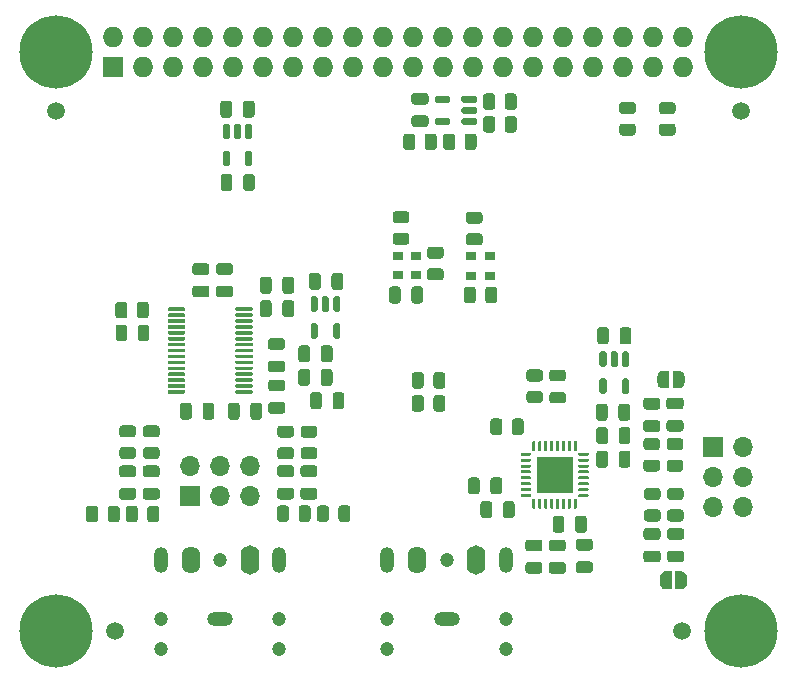
<source format=gts>
G04 #@! TF.GenerationSoftware,KiCad,Pcbnew,8.0.6+1*
G04 #@! TF.CreationDate,2024-12-15T19:50:12+00:00*
G04 #@! TF.ProjectId,pedalboard-soundcard,70656461-6c62-46f6-9172-642d736f756e,1.0.1-RC*
G04 #@! TF.SameCoordinates,Original*
G04 #@! TF.FileFunction,Soldermask,Top*
G04 #@! TF.FilePolarity,Negative*
%FSLAX46Y46*%
G04 Gerber Fmt 4.6, Leading zero omitted, Abs format (unit mm)*
G04 Created by KiCad (PCBNEW 8.0.6+1) date 2024-12-15 19:50:12*
%MOMM*%
%LPD*%
G01*
G04 APERTURE LIST*
%ADD10C,6.200000*%
%ADD11R,1.727200X1.727200*%
%ADD12O,1.727200X1.727200*%
%ADD13R,0.850000X0.650000*%
%ADD14C,1.500000*%
%ADD15C,1.200000*%
%ADD16O,1.200000X2.200000*%
%ADD17O,1.600000X2.300000*%
%ADD18O,2.200000X1.200000*%
%ADD19O,1.600000X2.500000*%
%ADD20R,3.100000X3.100000*%
%ADD21R,1.700000X1.700000*%
%ADD22O,1.700000X1.700000*%
G04 APERTURE END LIST*
D10*
X110000000Y-56000000D03*
X52000000Y-56000000D03*
X52000000Y-105000000D03*
X110000000Y-105000000D03*
D11*
X56870000Y-57270000D03*
D12*
X56870000Y-54730000D03*
X59410000Y-57270000D03*
X59410000Y-54730000D03*
X61950000Y-57270000D03*
X61950000Y-54730000D03*
X64490000Y-57270000D03*
X64490000Y-54730000D03*
X67030000Y-57270000D03*
X67030000Y-54730000D03*
X69570000Y-57270000D03*
X69570000Y-54730000D03*
X72110000Y-57270000D03*
X72110000Y-54730000D03*
X74650000Y-57270000D03*
X74650000Y-54730000D03*
X77190000Y-57270000D03*
X77190000Y-54730000D03*
X79730000Y-57270000D03*
X79730000Y-54730000D03*
X82270000Y-57270000D03*
X82270000Y-54730000D03*
X84810000Y-57270000D03*
X84810000Y-54730000D03*
X87350000Y-57270000D03*
X87350000Y-54730000D03*
X89890000Y-57270000D03*
X89890000Y-54730000D03*
X92430000Y-57270000D03*
X92430000Y-54730000D03*
X94970000Y-57270000D03*
X94970000Y-54730000D03*
X97510000Y-57270000D03*
X97510000Y-54730000D03*
X100050000Y-57270000D03*
X100050000Y-54730000D03*
X102590000Y-57270000D03*
X102590000Y-54730000D03*
X105130000Y-57270000D03*
X105130000Y-54730000D03*
G36*
X104450000Y-99950000D02*
G01*
X104950000Y-99950000D01*
X104950000Y-99955089D01*
X105021157Y-99955089D01*
X105157708Y-99995184D01*
X105277430Y-100072125D01*
X105370627Y-100179680D01*
X105429746Y-100309134D01*
X105450000Y-100450000D01*
X105450000Y-100950000D01*
X105429746Y-101090866D01*
X105370627Y-101220320D01*
X105277430Y-101327875D01*
X105157708Y-101404816D01*
X105021157Y-101444911D01*
X104950000Y-101444911D01*
X104950000Y-101450000D01*
X104450000Y-101450000D01*
X104450000Y-99950000D01*
G37*
G36*
X103650000Y-101444911D02*
G01*
X103578843Y-101444911D01*
X103442292Y-101404816D01*
X103322570Y-101327875D01*
X103229373Y-101220320D01*
X103170254Y-101090866D01*
X103150000Y-100950000D01*
X103150000Y-100450000D01*
X103170254Y-100309134D01*
X103229373Y-100179680D01*
X103322570Y-100072125D01*
X103442292Y-99995184D01*
X103578843Y-99955089D01*
X103650000Y-99955089D01*
X103650000Y-99950000D01*
X104150000Y-99950000D01*
X104150000Y-101450000D01*
X103650000Y-101450000D01*
X103650000Y-101444911D01*
G37*
G36*
G01*
X84800000Y-64025000D02*
X84800000Y-63125000D01*
G75*
G02*
X85050000Y-62875000I250000J0D01*
G01*
X85575000Y-62875000D01*
G75*
G02*
X85825000Y-63125000I0J-250000D01*
G01*
X85825000Y-64025000D01*
G75*
G02*
X85575000Y-64275000I-250000J0D01*
G01*
X85050000Y-64275000D01*
G75*
G02*
X84800000Y-64025000I0J250000D01*
G01*
G37*
G36*
G01*
X86625000Y-64025000D02*
X86625000Y-63125000D01*
G75*
G02*
X86875000Y-62875000I250000J0D01*
G01*
X87400000Y-62875000D01*
G75*
G02*
X87650000Y-63125000I0J-250000D01*
G01*
X87650000Y-64025000D01*
G75*
G02*
X87400000Y-64275000I-250000J0D01*
G01*
X86875000Y-64275000D01*
G75*
G02*
X86625000Y-64025000I0J250000D01*
G01*
G37*
G36*
G01*
X84600000Y-75305000D02*
X83700000Y-75305000D01*
G75*
G02*
X83450000Y-75055000I0J250000D01*
G01*
X83450000Y-74530000D01*
G75*
G02*
X83700000Y-74280000I250000J0D01*
G01*
X84600000Y-74280000D01*
G75*
G02*
X84850000Y-74530000I0J-250000D01*
G01*
X84850000Y-75055000D01*
G75*
G02*
X84600000Y-75305000I-250000J0D01*
G01*
G37*
G36*
G01*
X84600000Y-73480000D02*
X83700000Y-73480000D01*
G75*
G02*
X83450000Y-73230000I0J250000D01*
G01*
X83450000Y-72705000D01*
G75*
G02*
X83700000Y-72455000I250000J0D01*
G01*
X84600000Y-72455000D01*
G75*
G02*
X84850000Y-72705000I0J-250000D01*
G01*
X84850000Y-73230000D01*
G75*
G02*
X84600000Y-73480000I-250000J0D01*
G01*
G37*
G36*
G01*
X102025000Y-96280000D02*
X102975000Y-96280000D01*
G75*
G02*
X103225000Y-96530000I0J-250000D01*
G01*
X103225000Y-97030000D01*
G75*
G02*
X102975000Y-97280000I-250000J0D01*
G01*
X102025000Y-97280000D01*
G75*
G02*
X101775000Y-97030000I0J250000D01*
G01*
X101775000Y-96530000D01*
G75*
G02*
X102025000Y-96280000I250000J0D01*
G01*
G37*
G36*
G01*
X102025000Y-98180000D02*
X102975000Y-98180000D01*
G75*
G02*
X103225000Y-98430000I0J-250000D01*
G01*
X103225000Y-98930000D01*
G75*
G02*
X102975000Y-99180000I-250000J0D01*
G01*
X102025000Y-99180000D01*
G75*
G02*
X101775000Y-98930000I0J250000D01*
G01*
X101775000Y-98430000D01*
G75*
G02*
X102025000Y-98180000I250000J0D01*
G01*
G37*
D13*
X82525000Y-74875000D03*
X82525000Y-73225000D03*
X80975000Y-73225000D03*
X80975000Y-74875000D03*
D14*
X57000000Y-105000000D03*
G36*
G01*
X68200000Y-62050000D02*
X68500000Y-62050000D01*
G75*
G02*
X68650000Y-62200000I0J-150000D01*
G01*
X68650000Y-63225000D01*
G75*
G02*
X68500000Y-63375000I-150000J0D01*
G01*
X68200000Y-63375000D01*
G75*
G02*
X68050000Y-63225000I0J150000D01*
G01*
X68050000Y-62200000D01*
G75*
G02*
X68200000Y-62050000I150000J0D01*
G01*
G37*
G36*
G01*
X67250000Y-62050000D02*
X67550000Y-62050000D01*
G75*
G02*
X67700000Y-62200000I0J-150000D01*
G01*
X67700000Y-63225000D01*
G75*
G02*
X67550000Y-63375000I-150000J0D01*
G01*
X67250000Y-63375000D01*
G75*
G02*
X67100000Y-63225000I0J150000D01*
G01*
X67100000Y-62200000D01*
G75*
G02*
X67250000Y-62050000I150000J0D01*
G01*
G37*
G36*
G01*
X66300000Y-62050000D02*
X66600000Y-62050000D01*
G75*
G02*
X66750000Y-62200000I0J-150000D01*
G01*
X66750000Y-63225000D01*
G75*
G02*
X66600000Y-63375000I-150000J0D01*
G01*
X66300000Y-63375000D01*
G75*
G02*
X66150000Y-63225000I0J150000D01*
G01*
X66150000Y-62200000D01*
G75*
G02*
X66300000Y-62050000I150000J0D01*
G01*
G37*
G36*
G01*
X66300000Y-64325000D02*
X66600000Y-64325000D01*
G75*
G02*
X66750000Y-64475000I0J-150000D01*
G01*
X66750000Y-65500000D01*
G75*
G02*
X66600000Y-65650000I-150000J0D01*
G01*
X66300000Y-65650000D01*
G75*
G02*
X66150000Y-65500000I0J150000D01*
G01*
X66150000Y-64475000D01*
G75*
G02*
X66300000Y-64325000I150000J0D01*
G01*
G37*
G36*
G01*
X68200000Y-64325000D02*
X68500000Y-64325000D01*
G75*
G02*
X68650000Y-64475000I0J-150000D01*
G01*
X68650000Y-65500000D01*
G75*
G02*
X68500000Y-65650000I-150000J0D01*
G01*
X68200000Y-65650000D01*
G75*
G02*
X68050000Y-65500000I0J150000D01*
G01*
X68050000Y-64475000D01*
G75*
G02*
X68200000Y-64325000I150000J0D01*
G01*
G37*
G36*
G01*
X102075000Y-92880000D02*
X102975000Y-92880000D01*
G75*
G02*
X103225000Y-93130000I0J-250000D01*
G01*
X103225000Y-93655000D01*
G75*
G02*
X102975000Y-93905000I-250000J0D01*
G01*
X102075000Y-93905000D01*
G75*
G02*
X101825000Y-93655000I0J250000D01*
G01*
X101825000Y-93130000D01*
G75*
G02*
X102075000Y-92880000I250000J0D01*
G01*
G37*
G36*
G01*
X102075000Y-94705000D02*
X102975000Y-94705000D01*
G75*
G02*
X103225000Y-94955000I0J-250000D01*
G01*
X103225000Y-95480000D01*
G75*
G02*
X102975000Y-95730000I-250000J0D01*
G01*
X102075000Y-95730000D01*
G75*
G02*
X101825000Y-95480000I0J250000D01*
G01*
X101825000Y-94955000D01*
G75*
G02*
X102075000Y-94705000I250000J0D01*
G01*
G37*
G36*
G01*
X59625000Y-90980000D02*
X60575000Y-90980000D01*
G75*
G02*
X60825000Y-91230000I0J-250000D01*
G01*
X60825000Y-91730000D01*
G75*
G02*
X60575000Y-91980000I-250000J0D01*
G01*
X59625000Y-91980000D01*
G75*
G02*
X59375000Y-91730000I0J250000D01*
G01*
X59375000Y-91230000D01*
G75*
G02*
X59625000Y-90980000I250000J0D01*
G01*
G37*
G36*
G01*
X59625000Y-92880000D02*
X60575000Y-92880000D01*
G75*
G02*
X60825000Y-93130000I0J-250000D01*
G01*
X60825000Y-93630000D01*
G75*
G02*
X60575000Y-93880000I-250000J0D01*
G01*
X59625000Y-93880000D01*
G75*
G02*
X59375000Y-93630000I0J250000D01*
G01*
X59375000Y-93130000D01*
G75*
G02*
X59625000Y-92880000I250000J0D01*
G01*
G37*
G36*
G01*
X66775000Y-76750000D02*
X65825000Y-76750000D01*
G75*
G02*
X65575000Y-76500000I0J250000D01*
G01*
X65575000Y-76000000D01*
G75*
G02*
X65825000Y-75750000I250000J0D01*
G01*
X66775000Y-75750000D01*
G75*
G02*
X67025000Y-76000000I0J-250000D01*
G01*
X67025000Y-76500000D01*
G75*
G02*
X66775000Y-76750000I-250000J0D01*
G01*
G37*
G36*
G01*
X66775000Y-74850000D02*
X65825000Y-74850000D01*
G75*
G02*
X65575000Y-74600000I0J250000D01*
G01*
X65575000Y-74100000D01*
G75*
G02*
X65825000Y-73850000I250000J0D01*
G01*
X66775000Y-73850000D01*
G75*
G02*
X67025000Y-74100000I0J-250000D01*
G01*
X67025000Y-74600000D01*
G75*
G02*
X66775000Y-74850000I-250000J0D01*
G01*
G37*
G36*
G01*
X80225000Y-77015000D02*
X80225000Y-76065000D01*
G75*
G02*
X80475000Y-75815000I250000J0D01*
G01*
X80975000Y-75815000D01*
G75*
G02*
X81225000Y-76065000I0J-250000D01*
G01*
X81225000Y-77015000D01*
G75*
G02*
X80975000Y-77265000I-250000J0D01*
G01*
X80475000Y-77265000D01*
G75*
G02*
X80225000Y-77015000I0J250000D01*
G01*
G37*
G36*
G01*
X82125000Y-77015000D02*
X82125000Y-76065000D01*
G75*
G02*
X82375000Y-75815000I250000J0D01*
G01*
X82875000Y-75815000D01*
G75*
G02*
X83125000Y-76065000I0J-250000D01*
G01*
X83125000Y-77015000D01*
G75*
G02*
X82875000Y-77265000I-250000J0D01*
G01*
X82375000Y-77265000D01*
G75*
G02*
X82125000Y-77015000I0J250000D01*
G01*
G37*
G36*
G01*
X88200000Y-62550000D02*
X88200000Y-61650000D01*
G75*
G02*
X88450000Y-61400000I250000J0D01*
G01*
X88975000Y-61400000D01*
G75*
G02*
X89225000Y-61650000I0J-250000D01*
G01*
X89225000Y-62550000D01*
G75*
G02*
X88975000Y-62800000I-250000J0D01*
G01*
X88450000Y-62800000D01*
G75*
G02*
X88200000Y-62550000I0J250000D01*
G01*
G37*
G36*
G01*
X90025000Y-62550000D02*
X90025000Y-61650000D01*
G75*
G02*
X90275000Y-61400000I250000J0D01*
G01*
X90800000Y-61400000D01*
G75*
G02*
X91050000Y-61650000I0J-250000D01*
G01*
X91050000Y-62550000D01*
G75*
G02*
X90800000Y-62800000I-250000J0D01*
G01*
X90275000Y-62800000D01*
G75*
G02*
X90025000Y-62550000I0J250000D01*
G01*
G37*
G36*
G01*
X81425000Y-64025000D02*
X81425000Y-63125000D01*
G75*
G02*
X81675000Y-62875000I250000J0D01*
G01*
X82200000Y-62875000D01*
G75*
G02*
X82450000Y-63125000I0J-250000D01*
G01*
X82450000Y-64025000D01*
G75*
G02*
X82200000Y-64275000I-250000J0D01*
G01*
X81675000Y-64275000D01*
G75*
G02*
X81425000Y-64025000I0J250000D01*
G01*
G37*
G36*
G01*
X83250000Y-64025000D02*
X83250000Y-63125000D01*
G75*
G02*
X83500000Y-62875000I250000J0D01*
G01*
X84025000Y-62875000D01*
G75*
G02*
X84275000Y-63125000I0J-250000D01*
G01*
X84275000Y-64025000D01*
G75*
G02*
X84025000Y-64275000I-250000J0D01*
G01*
X83500000Y-64275000D01*
G75*
G02*
X83250000Y-64025000I0J250000D01*
G01*
G37*
D13*
X88750000Y-74925000D03*
X88750000Y-73275000D03*
X87200000Y-73275000D03*
X87200000Y-74925000D03*
G36*
G01*
X94053750Y-82875000D02*
X94966250Y-82875000D01*
G75*
G02*
X95210000Y-83118750I0J-243750D01*
G01*
X95210000Y-83606250D01*
G75*
G02*
X94966250Y-83850000I-243750J0D01*
G01*
X94053750Y-83850000D01*
G75*
G02*
X93810000Y-83606250I0J243750D01*
G01*
X93810000Y-83118750D01*
G75*
G02*
X94053750Y-82875000I243750J0D01*
G01*
G37*
G36*
G01*
X94053750Y-84750000D02*
X94966250Y-84750000D01*
G75*
G02*
X95210000Y-84993750I0J-243750D01*
G01*
X95210000Y-85481250D01*
G75*
G02*
X94966250Y-85725000I-243750J0D01*
G01*
X94053750Y-85725000D01*
G75*
G02*
X93810000Y-85481250I0J243750D01*
G01*
X93810000Y-84993750D01*
G75*
G02*
X94053750Y-84750000I243750J0D01*
G01*
G37*
G36*
G01*
X71200000Y-86600000D02*
X70250000Y-86600000D01*
G75*
G02*
X70000000Y-86350000I0J250000D01*
G01*
X70000000Y-85850000D01*
G75*
G02*
X70250000Y-85600000I250000J0D01*
G01*
X71200000Y-85600000D01*
G75*
G02*
X71450000Y-85850000I0J-250000D01*
G01*
X71450000Y-86350000D01*
G75*
G02*
X71200000Y-86600000I-250000J0D01*
G01*
G37*
G36*
G01*
X71200000Y-84700000D02*
X70250000Y-84700000D01*
G75*
G02*
X70000000Y-84450000I0J250000D01*
G01*
X70000000Y-83950000D01*
G75*
G02*
X70250000Y-83700000I250000J0D01*
G01*
X71200000Y-83700000D01*
G75*
G02*
X71450000Y-83950000I0J-250000D01*
G01*
X71450000Y-84450000D01*
G75*
G02*
X71200000Y-84700000I-250000J0D01*
G01*
G37*
G36*
G01*
X86920000Y-93185000D02*
X86920000Y-92235000D01*
G75*
G02*
X87170000Y-91985000I250000J0D01*
G01*
X87670000Y-91985000D01*
G75*
G02*
X87920000Y-92235000I0J-250000D01*
G01*
X87920000Y-93185000D01*
G75*
G02*
X87670000Y-93435000I-250000J0D01*
G01*
X87170000Y-93435000D01*
G75*
G02*
X86920000Y-93185000I0J250000D01*
G01*
G37*
G36*
G01*
X88820000Y-93185000D02*
X88820000Y-92235000D01*
G75*
G02*
X89070000Y-91985000I250000J0D01*
G01*
X89570000Y-91985000D01*
G75*
G02*
X89820000Y-92235000I0J-250000D01*
G01*
X89820000Y-93185000D01*
G75*
G02*
X89570000Y-93435000I-250000J0D01*
G01*
X89070000Y-93435000D01*
G75*
G02*
X88820000Y-93185000I0J250000D01*
G01*
G37*
G36*
G01*
X69300000Y-78175000D02*
X69300000Y-77225000D01*
G75*
G02*
X69550000Y-76975000I250000J0D01*
G01*
X70050000Y-76975000D01*
G75*
G02*
X70300000Y-77225000I0J-250000D01*
G01*
X70300000Y-78175000D01*
G75*
G02*
X70050000Y-78425000I-250000J0D01*
G01*
X69550000Y-78425000D01*
G75*
G02*
X69300000Y-78175000I0J250000D01*
G01*
G37*
G36*
G01*
X71200000Y-78175000D02*
X71200000Y-77225000D01*
G75*
G02*
X71450000Y-76975000I250000J0D01*
G01*
X71950000Y-76975000D01*
G75*
G02*
X72200000Y-77225000I0J-250000D01*
G01*
X72200000Y-78175000D01*
G75*
G02*
X71950000Y-78425000I-250000J0D01*
G01*
X71450000Y-78425000D01*
G75*
G02*
X71200000Y-78175000I0J250000D01*
G01*
G37*
G36*
G01*
X71000000Y-90960000D02*
X71950000Y-90960000D01*
G75*
G02*
X72200000Y-91210000I0J-250000D01*
G01*
X72200000Y-91710000D01*
G75*
G02*
X71950000Y-91960000I-250000J0D01*
G01*
X71000000Y-91960000D01*
G75*
G02*
X70750000Y-91710000I0J250000D01*
G01*
X70750000Y-91210000D01*
G75*
G02*
X71000000Y-90960000I250000J0D01*
G01*
G37*
G36*
G01*
X71000000Y-92860000D02*
X71950000Y-92860000D01*
G75*
G02*
X72200000Y-93110000I0J-250000D01*
G01*
X72200000Y-93610000D01*
G75*
G02*
X71950000Y-93860000I-250000J0D01*
G01*
X71000000Y-93860000D01*
G75*
G02*
X70750000Y-93610000I0J250000D01*
G01*
X70750000Y-93110000D01*
G75*
G02*
X71000000Y-92860000I250000J0D01*
G01*
G37*
G36*
G01*
X73595000Y-94610000D02*
X73595000Y-95510000D01*
G75*
G02*
X73345000Y-95760000I-250000J0D01*
G01*
X72820000Y-95760000D01*
G75*
G02*
X72570000Y-95510000I0J250000D01*
G01*
X72570000Y-94610000D01*
G75*
G02*
X72820000Y-94360000I250000J0D01*
G01*
X73345000Y-94360000D01*
G75*
G02*
X73595000Y-94610000I0J-250000D01*
G01*
G37*
G36*
G01*
X71770000Y-94610000D02*
X71770000Y-95510000D01*
G75*
G02*
X71520000Y-95760000I-250000J0D01*
G01*
X70995000Y-95760000D01*
G75*
G02*
X70745000Y-95510000I0J250000D01*
G01*
X70745000Y-94610000D01*
G75*
G02*
X70995000Y-94360000I250000J0D01*
G01*
X71520000Y-94360000D01*
G75*
G02*
X71770000Y-94610000I0J-250000D01*
G01*
G37*
G36*
G01*
X72975000Y-90960000D02*
X73925000Y-90960000D01*
G75*
G02*
X74175000Y-91210000I0J-250000D01*
G01*
X74175000Y-91710000D01*
G75*
G02*
X73925000Y-91960000I-250000J0D01*
G01*
X72975000Y-91960000D01*
G75*
G02*
X72725000Y-91710000I0J250000D01*
G01*
X72725000Y-91210000D01*
G75*
G02*
X72975000Y-90960000I250000J0D01*
G01*
G37*
G36*
G01*
X72975000Y-92860000D02*
X73925000Y-92860000D01*
G75*
G02*
X74175000Y-93110000I0J-250000D01*
G01*
X74175000Y-93610000D01*
G75*
G02*
X73925000Y-93860000I-250000J0D01*
G01*
X72975000Y-93860000D01*
G75*
G02*
X72725000Y-93610000I0J250000D01*
G01*
X72725000Y-93110000D01*
G75*
G02*
X72975000Y-92860000I250000J0D01*
G01*
G37*
D14*
X52000000Y-61000000D03*
G36*
G01*
X94950000Y-100150000D02*
X94000000Y-100150000D01*
G75*
G02*
X93750000Y-99900000I0J250000D01*
G01*
X93750000Y-99400000D01*
G75*
G02*
X94000000Y-99150000I250000J0D01*
G01*
X94950000Y-99150000D01*
G75*
G02*
X95200000Y-99400000I0J-250000D01*
G01*
X95200000Y-99900000D01*
G75*
G02*
X94950000Y-100150000I-250000J0D01*
G01*
G37*
G36*
G01*
X94950000Y-98250000D02*
X94000000Y-98250000D01*
G75*
G02*
X93750000Y-98000000I0J250000D01*
G01*
X93750000Y-97500000D01*
G75*
G02*
X94000000Y-97250000I250000J0D01*
G01*
X94950000Y-97250000D01*
G75*
G02*
X95200000Y-97500000I0J-250000D01*
G01*
X95200000Y-98000000D01*
G75*
G02*
X94950000Y-98250000I-250000J0D01*
G01*
G37*
X110000000Y-61000000D03*
G36*
G01*
X68875000Y-66550000D02*
X68875000Y-67500000D01*
G75*
G02*
X68625000Y-67750000I-250000J0D01*
G01*
X68125000Y-67750000D01*
G75*
G02*
X67875000Y-67500000I0J250000D01*
G01*
X67875000Y-66550000D01*
G75*
G02*
X68125000Y-66300000I250000J0D01*
G01*
X68625000Y-66300000D01*
G75*
G02*
X68875000Y-66550000I0J-250000D01*
G01*
G37*
G36*
G01*
X66975000Y-66550000D02*
X66975000Y-67500000D01*
G75*
G02*
X66725000Y-67750000I-250000J0D01*
G01*
X66225000Y-67750000D01*
G75*
G02*
X65975000Y-67500000I0J250000D01*
G01*
X65975000Y-66550000D01*
G75*
G02*
X66225000Y-66300000I250000J0D01*
G01*
X66725000Y-66300000D01*
G75*
G02*
X66975000Y-66550000I0J-250000D01*
G01*
G37*
G36*
G01*
X102925000Y-91502500D02*
X102025000Y-91502500D01*
G75*
G02*
X101775000Y-91252500I0J250000D01*
G01*
X101775000Y-90727500D01*
G75*
G02*
X102025000Y-90477500I250000J0D01*
G01*
X102925000Y-90477500D01*
G75*
G02*
X103175000Y-90727500I0J-250000D01*
G01*
X103175000Y-91252500D01*
G75*
G02*
X102925000Y-91502500I-250000J0D01*
G01*
G37*
G36*
G01*
X102925000Y-89677500D02*
X102025000Y-89677500D01*
G75*
G02*
X101775000Y-89427500I0J250000D01*
G01*
X101775000Y-88902500D01*
G75*
G02*
X102025000Y-88652500I250000J0D01*
G01*
X102925000Y-88652500D01*
G75*
G02*
X103175000Y-88902500I0J-250000D01*
G01*
X103175000Y-89427500D01*
G75*
G02*
X102925000Y-89677500I-250000J0D01*
G01*
G37*
G36*
G01*
X87970000Y-95195000D02*
X87970000Y-94245000D01*
G75*
G02*
X88220000Y-93995000I250000J0D01*
G01*
X88720000Y-93995000D01*
G75*
G02*
X88970000Y-94245000I0J-250000D01*
G01*
X88970000Y-95195000D01*
G75*
G02*
X88720000Y-95445000I-250000J0D01*
G01*
X88220000Y-95445000D01*
G75*
G02*
X87970000Y-95195000I0J250000D01*
G01*
G37*
G36*
G01*
X89870000Y-95195000D02*
X89870000Y-94245000D01*
G75*
G02*
X90120000Y-93995000I250000J0D01*
G01*
X90620000Y-93995000D01*
G75*
G02*
X90870000Y-94245000I0J-250000D01*
G01*
X90870000Y-95195000D01*
G75*
G02*
X90620000Y-95445000I-250000J0D01*
G01*
X90120000Y-95445000D01*
G75*
G02*
X89870000Y-95195000I0J250000D01*
G01*
G37*
G36*
G01*
X71025000Y-87605000D02*
X71925000Y-87605000D01*
G75*
G02*
X72175000Y-87855000I0J-250000D01*
G01*
X72175000Y-88380000D01*
G75*
G02*
X71925000Y-88630000I-250000J0D01*
G01*
X71025000Y-88630000D01*
G75*
G02*
X70775000Y-88380000I0J250000D01*
G01*
X70775000Y-87855000D01*
G75*
G02*
X71025000Y-87605000I250000J0D01*
G01*
G37*
G36*
G01*
X71025000Y-89430000D02*
X71925000Y-89430000D01*
G75*
G02*
X72175000Y-89680000I0J-250000D01*
G01*
X72175000Y-90205000D01*
G75*
G02*
X71925000Y-90455000I-250000J0D01*
G01*
X71025000Y-90455000D01*
G75*
G02*
X70775000Y-90205000I0J250000D01*
G01*
X70775000Y-89680000D01*
G75*
G02*
X71025000Y-89430000I250000J0D01*
G01*
G37*
G36*
G01*
X72550000Y-82000000D02*
X72550000Y-81050000D01*
G75*
G02*
X72800000Y-80800000I250000J0D01*
G01*
X73300000Y-80800000D01*
G75*
G02*
X73550000Y-81050000I0J-250000D01*
G01*
X73550000Y-82000000D01*
G75*
G02*
X73300000Y-82250000I-250000J0D01*
G01*
X72800000Y-82250000D01*
G75*
G02*
X72550000Y-82000000I0J250000D01*
G01*
G37*
G36*
G01*
X74450000Y-82000000D02*
X74450000Y-81050000D01*
G75*
G02*
X74700000Y-80800000I250000J0D01*
G01*
X75200000Y-80800000D01*
G75*
G02*
X75450000Y-81050000I0J-250000D01*
G01*
X75450000Y-82000000D01*
G75*
G02*
X75200000Y-82250000I-250000J0D01*
G01*
X74700000Y-82250000D01*
G75*
G02*
X74450000Y-82000000I0J250000D01*
G01*
G37*
D15*
X60940000Y-104000000D03*
X60940000Y-106500000D03*
X65940000Y-99000000D03*
X70940000Y-104000000D03*
X70940000Y-106500000D03*
D16*
X60940000Y-99000000D03*
D17*
X63440000Y-99000000D03*
D18*
X65940000Y-104000000D03*
D16*
X70940000Y-99000000D03*
D19*
X68440000Y-99000000D03*
G36*
G01*
X76965000Y-94610000D02*
X76965000Y-95510000D01*
G75*
G02*
X76715000Y-95760000I-250000J0D01*
G01*
X76190000Y-95760000D01*
G75*
G02*
X75940000Y-95510000I0J250000D01*
G01*
X75940000Y-94610000D01*
G75*
G02*
X76190000Y-94360000I250000J0D01*
G01*
X76715000Y-94360000D01*
G75*
G02*
X76965000Y-94610000I0J-250000D01*
G01*
G37*
G36*
G01*
X75140000Y-94610000D02*
X75140000Y-95510000D01*
G75*
G02*
X74890000Y-95760000I-250000J0D01*
G01*
X74365000Y-95760000D01*
G75*
G02*
X74115000Y-95510000I0J250000D01*
G01*
X74115000Y-94610000D01*
G75*
G02*
X74365000Y-94360000I250000J0D01*
G01*
X74890000Y-94360000D01*
G75*
G02*
X75140000Y-94610000I0J-250000D01*
G01*
G37*
G36*
G01*
X102955000Y-88142500D02*
X102005000Y-88142500D01*
G75*
G02*
X101755000Y-87892500I0J250000D01*
G01*
X101755000Y-87392500D01*
G75*
G02*
X102005000Y-87142500I250000J0D01*
G01*
X102955000Y-87142500D01*
G75*
G02*
X103205000Y-87392500I0J-250000D01*
G01*
X103205000Y-87892500D01*
G75*
G02*
X102955000Y-88142500I-250000J0D01*
G01*
G37*
G36*
G01*
X102955000Y-86242500D02*
X102005000Y-86242500D01*
G75*
G02*
X101755000Y-85992500I0J250000D01*
G01*
X101755000Y-85492500D01*
G75*
G02*
X102005000Y-85242500I250000J0D01*
G01*
X102955000Y-85242500D01*
G75*
G02*
X103205000Y-85492500I0J-250000D01*
G01*
X103205000Y-85992500D01*
G75*
G02*
X102955000Y-86242500I-250000J0D01*
G01*
G37*
G36*
G01*
X57055000Y-78275000D02*
X57055000Y-77375000D01*
G75*
G02*
X57305000Y-77125000I250000J0D01*
G01*
X57830000Y-77125000D01*
G75*
G02*
X58080000Y-77375000I0J-250000D01*
G01*
X58080000Y-78275000D01*
G75*
G02*
X57830000Y-78525000I-250000J0D01*
G01*
X57305000Y-78525000D01*
G75*
G02*
X57055000Y-78275000I0J250000D01*
G01*
G37*
G36*
G01*
X58880000Y-78275000D02*
X58880000Y-77375000D01*
G75*
G02*
X59130000Y-77125000I250000J0D01*
G01*
X59655000Y-77125000D01*
G75*
G02*
X59905000Y-77375000I0J-250000D01*
G01*
X59905000Y-78275000D01*
G75*
G02*
X59655000Y-78525000I-250000J0D01*
G01*
X59130000Y-78525000D01*
G75*
G02*
X58880000Y-78275000I0J250000D01*
G01*
G37*
G36*
G01*
X68850000Y-60345000D02*
X68850000Y-61295000D01*
G75*
G02*
X68600000Y-61545000I-250000J0D01*
G01*
X68100000Y-61545000D01*
G75*
G02*
X67850000Y-61295000I0J250000D01*
G01*
X67850000Y-60345000D01*
G75*
G02*
X68100000Y-60095000I250000J0D01*
G01*
X68600000Y-60095000D01*
G75*
G02*
X68850000Y-60345000I0J-250000D01*
G01*
G37*
G36*
G01*
X66950000Y-60345000D02*
X66950000Y-61295000D01*
G75*
G02*
X66700000Y-61545000I-250000J0D01*
G01*
X66200000Y-61545000D01*
G75*
G02*
X65950000Y-61295000I0J250000D01*
G01*
X65950000Y-60345000D01*
G75*
G02*
X66200000Y-60095000I250000J0D01*
G01*
X66700000Y-60095000D01*
G75*
G02*
X66950000Y-60345000I0J-250000D01*
G01*
G37*
G36*
G01*
X70225000Y-80200000D02*
X71175000Y-80200000D01*
G75*
G02*
X71425000Y-80450000I0J-250000D01*
G01*
X71425000Y-80950000D01*
G75*
G02*
X71175000Y-81200000I-250000J0D01*
G01*
X70225000Y-81200000D01*
G75*
G02*
X69975000Y-80950000I0J250000D01*
G01*
X69975000Y-80450000D01*
G75*
G02*
X70225000Y-80200000I250000J0D01*
G01*
G37*
G36*
G01*
X70225000Y-82100000D02*
X71175000Y-82100000D01*
G75*
G02*
X71425000Y-82350000I0J-250000D01*
G01*
X71425000Y-82850000D01*
G75*
G02*
X71175000Y-83100000I-250000J0D01*
G01*
X70225000Y-83100000D01*
G75*
G02*
X69975000Y-82850000I0J250000D01*
G01*
X69975000Y-82350000D01*
G75*
G02*
X70225000Y-82100000I250000J0D01*
G01*
G37*
G36*
G01*
X104240000Y-63065000D02*
X103340000Y-63065000D01*
G75*
G02*
X103090000Y-62815000I0J250000D01*
G01*
X103090000Y-62290000D01*
G75*
G02*
X103340000Y-62040000I250000J0D01*
G01*
X104240000Y-62040000D01*
G75*
G02*
X104490000Y-62290000I0J-250000D01*
G01*
X104490000Y-62815000D01*
G75*
G02*
X104240000Y-63065000I-250000J0D01*
G01*
G37*
G36*
G01*
X104240000Y-61240000D02*
X103340000Y-61240000D01*
G75*
G02*
X103090000Y-60990000I0J250000D01*
G01*
X103090000Y-60465000D01*
G75*
G02*
X103340000Y-60215000I250000J0D01*
G01*
X104240000Y-60215000D01*
G75*
G02*
X104490000Y-60465000I0J-250000D01*
G01*
X104490000Y-60990000D01*
G75*
G02*
X104240000Y-61240000I-250000J0D01*
G01*
G37*
G36*
G01*
X69300000Y-76200000D02*
X69300000Y-75250000D01*
G75*
G02*
X69550000Y-75000000I250000J0D01*
G01*
X70050000Y-75000000D01*
G75*
G02*
X70300000Y-75250000I0J-250000D01*
G01*
X70300000Y-76200000D01*
G75*
G02*
X70050000Y-76450000I-250000J0D01*
G01*
X69550000Y-76450000D01*
G75*
G02*
X69300000Y-76200000I0J250000D01*
G01*
G37*
G36*
G01*
X71200000Y-76200000D02*
X71200000Y-75250000D01*
G75*
G02*
X71450000Y-75000000I250000J0D01*
G01*
X71950000Y-75000000D01*
G75*
G02*
X72200000Y-75250000I0J-250000D01*
G01*
X72200000Y-76200000D01*
G75*
G02*
X71950000Y-76450000I-250000J0D01*
G01*
X71450000Y-76450000D01*
G75*
G02*
X71200000Y-76200000I0J250000D01*
G01*
G37*
G36*
G01*
X100650000Y-86000000D02*
X100650000Y-86950000D01*
G75*
G02*
X100400000Y-87200000I-250000J0D01*
G01*
X99900000Y-87200000D01*
G75*
G02*
X99650000Y-86950000I0J250000D01*
G01*
X99650000Y-86000000D01*
G75*
G02*
X99900000Y-85750000I250000J0D01*
G01*
X100400000Y-85750000D01*
G75*
G02*
X100650000Y-86000000I0J-250000D01*
G01*
G37*
G36*
G01*
X98750000Y-86000000D02*
X98750000Y-86950000D01*
G75*
G02*
X98500000Y-87200000I-250000J0D01*
G01*
X98000000Y-87200000D01*
G75*
G02*
X97750000Y-86950000I0J250000D01*
G01*
X97750000Y-86000000D01*
G75*
G02*
X98000000Y-85750000I250000J0D01*
G01*
X98500000Y-85750000D01*
G75*
G02*
X98750000Y-86000000I0J-250000D01*
G01*
G37*
G36*
G01*
X104915000Y-88127500D02*
X103965000Y-88127500D01*
G75*
G02*
X103715000Y-87877500I0J250000D01*
G01*
X103715000Y-87377500D01*
G75*
G02*
X103965000Y-87127500I250000J0D01*
G01*
X104915000Y-87127500D01*
G75*
G02*
X105165000Y-87377500I0J-250000D01*
G01*
X105165000Y-87877500D01*
G75*
G02*
X104915000Y-88127500I-250000J0D01*
G01*
G37*
G36*
G01*
X104915000Y-86227500D02*
X103965000Y-86227500D01*
G75*
G02*
X103715000Y-85977500I0J250000D01*
G01*
X103715000Y-85477500D01*
G75*
G02*
X103965000Y-85227500I250000J0D01*
G01*
X104915000Y-85227500D01*
G75*
G02*
X105165000Y-85477500I0J-250000D01*
G01*
X105165000Y-85977500D01*
G75*
G02*
X104915000Y-86227500I-250000J0D01*
G01*
G37*
G36*
G01*
X89400000Y-76100000D02*
X89400000Y-77000000D01*
G75*
G02*
X89150000Y-77250000I-250000J0D01*
G01*
X88625000Y-77250000D01*
G75*
G02*
X88375000Y-77000000I0J250000D01*
G01*
X88375000Y-76100000D01*
G75*
G02*
X88625000Y-75850000I250000J0D01*
G01*
X89150000Y-75850000D01*
G75*
G02*
X89400000Y-76100000I0J-250000D01*
G01*
G37*
G36*
G01*
X87575000Y-76100000D02*
X87575000Y-77000000D01*
G75*
G02*
X87325000Y-77250000I-250000J0D01*
G01*
X86800000Y-77250000D01*
G75*
G02*
X86550000Y-77000000I0J250000D01*
G01*
X86550000Y-76100000D01*
G75*
G02*
X86800000Y-75850000I250000J0D01*
G01*
X87325000Y-75850000D01*
G75*
G02*
X87575000Y-76100000I0J-250000D01*
G01*
G37*
G36*
G01*
X96975000Y-95485000D02*
X96975000Y-96435000D01*
G75*
G02*
X96725000Y-96685000I-250000J0D01*
G01*
X96225000Y-96685000D01*
G75*
G02*
X95975000Y-96435000I0J250000D01*
G01*
X95975000Y-95485000D01*
G75*
G02*
X96225000Y-95235000I250000J0D01*
G01*
X96725000Y-95235000D01*
G75*
G02*
X96975000Y-95485000I0J-250000D01*
G01*
G37*
G36*
G01*
X95075000Y-95485000D02*
X95075000Y-96435000D01*
G75*
G02*
X94825000Y-96685000I-250000J0D01*
G01*
X94325000Y-96685000D01*
G75*
G02*
X94075000Y-96435000I0J250000D01*
G01*
X94075000Y-95485000D01*
G75*
G02*
X94325000Y-95235000I250000J0D01*
G01*
X94825000Y-95235000D01*
G75*
G02*
X95075000Y-95485000I0J-250000D01*
G01*
G37*
G36*
G01*
X57080000Y-80206250D02*
X57080000Y-79293750D01*
G75*
G02*
X57323750Y-79050000I243750J0D01*
G01*
X57811250Y-79050000D01*
G75*
G02*
X58055000Y-79293750I0J-243750D01*
G01*
X58055000Y-80206250D01*
G75*
G02*
X57811250Y-80450000I-243750J0D01*
G01*
X57323750Y-80450000D01*
G75*
G02*
X57080000Y-80206250I0J243750D01*
G01*
G37*
G36*
G01*
X58955000Y-80206250D02*
X58955000Y-79293750D01*
G75*
G02*
X59198750Y-79050000I243750J0D01*
G01*
X59686250Y-79050000D01*
G75*
G02*
X59930000Y-79293750I0J-243750D01*
G01*
X59930000Y-80206250D01*
G75*
G02*
X59686250Y-80450000I-243750J0D01*
G01*
X59198750Y-80450000D01*
G75*
G02*
X58955000Y-80206250I0J243750D01*
G01*
G37*
G36*
G01*
X92562500Y-94652000D02*
X92437500Y-94652000D01*
G75*
G02*
X92375000Y-94589500I0J62500D01*
G01*
X92375000Y-93839500D01*
G75*
G02*
X92437500Y-93777000I62500J0D01*
G01*
X92562500Y-93777000D01*
G75*
G02*
X92625000Y-93839500I0J-62500D01*
G01*
X92625000Y-94589500D01*
G75*
G02*
X92562500Y-94652000I-62500J0D01*
G01*
G37*
G36*
G01*
X93062500Y-94652000D02*
X92937500Y-94652000D01*
G75*
G02*
X92875000Y-94589500I0J62500D01*
G01*
X92875000Y-93839500D01*
G75*
G02*
X92937500Y-93777000I62500J0D01*
G01*
X93062500Y-93777000D01*
G75*
G02*
X93125000Y-93839500I0J-62500D01*
G01*
X93125000Y-94589500D01*
G75*
G02*
X93062500Y-94652000I-62500J0D01*
G01*
G37*
G36*
G01*
X93562500Y-94652000D02*
X93437500Y-94652000D01*
G75*
G02*
X93375000Y-94589500I0J62500D01*
G01*
X93375000Y-93839500D01*
G75*
G02*
X93437500Y-93777000I62500J0D01*
G01*
X93562500Y-93777000D01*
G75*
G02*
X93625000Y-93839500I0J-62500D01*
G01*
X93625000Y-94589500D01*
G75*
G02*
X93562500Y-94652000I-62500J0D01*
G01*
G37*
G36*
G01*
X94062500Y-94652000D02*
X93937500Y-94652000D01*
G75*
G02*
X93875000Y-94589500I0J62500D01*
G01*
X93875000Y-93839500D01*
G75*
G02*
X93937500Y-93777000I62500J0D01*
G01*
X94062500Y-93777000D01*
G75*
G02*
X94125000Y-93839500I0J-62500D01*
G01*
X94125000Y-94589500D01*
G75*
G02*
X94062500Y-94652000I-62500J0D01*
G01*
G37*
G36*
G01*
X94562500Y-94652000D02*
X94437500Y-94652000D01*
G75*
G02*
X94375000Y-94589500I0J62500D01*
G01*
X94375000Y-93839500D01*
G75*
G02*
X94437500Y-93777000I62500J0D01*
G01*
X94562500Y-93777000D01*
G75*
G02*
X94625000Y-93839500I0J-62500D01*
G01*
X94625000Y-94589500D01*
G75*
G02*
X94562500Y-94652000I-62500J0D01*
G01*
G37*
G36*
G01*
X95062500Y-94652000D02*
X94937500Y-94652000D01*
G75*
G02*
X94875000Y-94589500I0J62500D01*
G01*
X94875000Y-93839500D01*
G75*
G02*
X94937500Y-93777000I62500J0D01*
G01*
X95062500Y-93777000D01*
G75*
G02*
X95125000Y-93839500I0J-62500D01*
G01*
X95125000Y-94589500D01*
G75*
G02*
X95062500Y-94652000I-62500J0D01*
G01*
G37*
G36*
G01*
X95562500Y-94652000D02*
X95437500Y-94652000D01*
G75*
G02*
X95375000Y-94589500I0J62500D01*
G01*
X95375000Y-93839500D01*
G75*
G02*
X95437500Y-93777000I62500J0D01*
G01*
X95562500Y-93777000D01*
G75*
G02*
X95625000Y-93839500I0J-62500D01*
G01*
X95625000Y-94589500D01*
G75*
G02*
X95562500Y-94652000I-62500J0D01*
G01*
G37*
G36*
G01*
X96062500Y-94652000D02*
X95937500Y-94652000D01*
G75*
G02*
X95875000Y-94589500I0J62500D01*
G01*
X95875000Y-93839500D01*
G75*
G02*
X95937500Y-93777000I62500J0D01*
G01*
X96062500Y-93777000D01*
G75*
G02*
X96125000Y-93839500I0J-62500D01*
G01*
X96125000Y-94589500D01*
G75*
G02*
X96062500Y-94652000I-62500J0D01*
G01*
G37*
G36*
G01*
X97062500Y-93652000D02*
X96312500Y-93652000D01*
G75*
G02*
X96250000Y-93589500I0J62500D01*
G01*
X96250000Y-93464500D01*
G75*
G02*
X96312500Y-93402000I62500J0D01*
G01*
X97062500Y-93402000D01*
G75*
G02*
X97125000Y-93464500I0J-62500D01*
G01*
X97125000Y-93589500D01*
G75*
G02*
X97062500Y-93652000I-62500J0D01*
G01*
G37*
G36*
G01*
X97062500Y-93152000D02*
X96312500Y-93152000D01*
G75*
G02*
X96250000Y-93089500I0J62500D01*
G01*
X96250000Y-92964500D01*
G75*
G02*
X96312500Y-92902000I62500J0D01*
G01*
X97062500Y-92902000D01*
G75*
G02*
X97125000Y-92964500I0J-62500D01*
G01*
X97125000Y-93089500D01*
G75*
G02*
X97062500Y-93152000I-62500J0D01*
G01*
G37*
G36*
G01*
X97062500Y-92652000D02*
X96312500Y-92652000D01*
G75*
G02*
X96250000Y-92589500I0J62500D01*
G01*
X96250000Y-92464500D01*
G75*
G02*
X96312500Y-92402000I62500J0D01*
G01*
X97062500Y-92402000D01*
G75*
G02*
X97125000Y-92464500I0J-62500D01*
G01*
X97125000Y-92589500D01*
G75*
G02*
X97062500Y-92652000I-62500J0D01*
G01*
G37*
G36*
G01*
X97062500Y-92152000D02*
X96312500Y-92152000D01*
G75*
G02*
X96250000Y-92089500I0J62500D01*
G01*
X96250000Y-91964500D01*
G75*
G02*
X96312500Y-91902000I62500J0D01*
G01*
X97062500Y-91902000D01*
G75*
G02*
X97125000Y-91964500I0J-62500D01*
G01*
X97125000Y-92089500D01*
G75*
G02*
X97062500Y-92152000I-62500J0D01*
G01*
G37*
G36*
G01*
X97062500Y-91652000D02*
X96312500Y-91652000D01*
G75*
G02*
X96250000Y-91589500I0J62500D01*
G01*
X96250000Y-91464500D01*
G75*
G02*
X96312500Y-91402000I62500J0D01*
G01*
X97062500Y-91402000D01*
G75*
G02*
X97125000Y-91464500I0J-62500D01*
G01*
X97125000Y-91589500D01*
G75*
G02*
X97062500Y-91652000I-62500J0D01*
G01*
G37*
G36*
G01*
X97062500Y-91152000D02*
X96312500Y-91152000D01*
G75*
G02*
X96250000Y-91089500I0J62500D01*
G01*
X96250000Y-90964500D01*
G75*
G02*
X96312500Y-90902000I62500J0D01*
G01*
X97062500Y-90902000D01*
G75*
G02*
X97125000Y-90964500I0J-62500D01*
G01*
X97125000Y-91089500D01*
G75*
G02*
X97062500Y-91152000I-62500J0D01*
G01*
G37*
G36*
G01*
X97062500Y-90652000D02*
X96312500Y-90652000D01*
G75*
G02*
X96250000Y-90589500I0J62500D01*
G01*
X96250000Y-90464500D01*
G75*
G02*
X96312500Y-90402000I62500J0D01*
G01*
X97062500Y-90402000D01*
G75*
G02*
X97125000Y-90464500I0J-62500D01*
G01*
X97125000Y-90589500D01*
G75*
G02*
X97062500Y-90652000I-62500J0D01*
G01*
G37*
G36*
G01*
X97062500Y-90152000D02*
X96312500Y-90152000D01*
G75*
G02*
X96250000Y-90089500I0J62500D01*
G01*
X96250000Y-89964500D01*
G75*
G02*
X96312500Y-89902000I62500J0D01*
G01*
X97062500Y-89902000D01*
G75*
G02*
X97125000Y-89964500I0J-62500D01*
G01*
X97125000Y-90089500D01*
G75*
G02*
X97062500Y-90152000I-62500J0D01*
G01*
G37*
G36*
G01*
X96062500Y-89777000D02*
X95937500Y-89777000D01*
G75*
G02*
X95875000Y-89714500I0J62500D01*
G01*
X95875000Y-88964500D01*
G75*
G02*
X95937500Y-88902000I62500J0D01*
G01*
X96062500Y-88902000D01*
G75*
G02*
X96125000Y-88964500I0J-62500D01*
G01*
X96125000Y-89714500D01*
G75*
G02*
X96062500Y-89777000I-62500J0D01*
G01*
G37*
G36*
G01*
X95562500Y-89777000D02*
X95437500Y-89777000D01*
G75*
G02*
X95375000Y-89714500I0J62500D01*
G01*
X95375000Y-88964500D01*
G75*
G02*
X95437500Y-88902000I62500J0D01*
G01*
X95562500Y-88902000D01*
G75*
G02*
X95625000Y-88964500I0J-62500D01*
G01*
X95625000Y-89714500D01*
G75*
G02*
X95562500Y-89777000I-62500J0D01*
G01*
G37*
G36*
G01*
X95062500Y-89777000D02*
X94937500Y-89777000D01*
G75*
G02*
X94875000Y-89714500I0J62500D01*
G01*
X94875000Y-88964500D01*
G75*
G02*
X94937500Y-88902000I62500J0D01*
G01*
X95062500Y-88902000D01*
G75*
G02*
X95125000Y-88964500I0J-62500D01*
G01*
X95125000Y-89714500D01*
G75*
G02*
X95062500Y-89777000I-62500J0D01*
G01*
G37*
G36*
G01*
X94562500Y-89777000D02*
X94437500Y-89777000D01*
G75*
G02*
X94375000Y-89714500I0J62500D01*
G01*
X94375000Y-88964500D01*
G75*
G02*
X94437500Y-88902000I62500J0D01*
G01*
X94562500Y-88902000D01*
G75*
G02*
X94625000Y-88964500I0J-62500D01*
G01*
X94625000Y-89714500D01*
G75*
G02*
X94562500Y-89777000I-62500J0D01*
G01*
G37*
G36*
G01*
X94062500Y-89777000D02*
X93937500Y-89777000D01*
G75*
G02*
X93875000Y-89714500I0J62500D01*
G01*
X93875000Y-88964500D01*
G75*
G02*
X93937500Y-88902000I62500J0D01*
G01*
X94062500Y-88902000D01*
G75*
G02*
X94125000Y-88964500I0J-62500D01*
G01*
X94125000Y-89714500D01*
G75*
G02*
X94062500Y-89777000I-62500J0D01*
G01*
G37*
G36*
G01*
X93562500Y-89777000D02*
X93437500Y-89777000D01*
G75*
G02*
X93375000Y-89714500I0J62500D01*
G01*
X93375000Y-88964500D01*
G75*
G02*
X93437500Y-88902000I62500J0D01*
G01*
X93562500Y-88902000D01*
G75*
G02*
X93625000Y-88964500I0J-62500D01*
G01*
X93625000Y-89714500D01*
G75*
G02*
X93562500Y-89777000I-62500J0D01*
G01*
G37*
G36*
G01*
X93062500Y-89777000D02*
X92937500Y-89777000D01*
G75*
G02*
X92875000Y-89714500I0J62500D01*
G01*
X92875000Y-88964500D01*
G75*
G02*
X92937500Y-88902000I62500J0D01*
G01*
X93062500Y-88902000D01*
G75*
G02*
X93125000Y-88964500I0J-62500D01*
G01*
X93125000Y-89714500D01*
G75*
G02*
X93062500Y-89777000I-62500J0D01*
G01*
G37*
G36*
G01*
X92562500Y-89777000D02*
X92437500Y-89777000D01*
G75*
G02*
X92375000Y-89714500I0J62500D01*
G01*
X92375000Y-88964500D01*
G75*
G02*
X92437500Y-88902000I62500J0D01*
G01*
X92562500Y-88902000D01*
G75*
G02*
X92625000Y-88964500I0J-62500D01*
G01*
X92625000Y-89714500D01*
G75*
G02*
X92562500Y-89777000I-62500J0D01*
G01*
G37*
G36*
G01*
X92187500Y-90152000D02*
X91437500Y-90152000D01*
G75*
G02*
X91375000Y-90089500I0J62500D01*
G01*
X91375000Y-89964500D01*
G75*
G02*
X91437500Y-89902000I62500J0D01*
G01*
X92187500Y-89902000D01*
G75*
G02*
X92250000Y-89964500I0J-62500D01*
G01*
X92250000Y-90089500D01*
G75*
G02*
X92187500Y-90152000I-62500J0D01*
G01*
G37*
G36*
G01*
X92187500Y-90652000D02*
X91437500Y-90652000D01*
G75*
G02*
X91375000Y-90589500I0J62500D01*
G01*
X91375000Y-90464500D01*
G75*
G02*
X91437500Y-90402000I62500J0D01*
G01*
X92187500Y-90402000D01*
G75*
G02*
X92250000Y-90464500I0J-62500D01*
G01*
X92250000Y-90589500D01*
G75*
G02*
X92187500Y-90652000I-62500J0D01*
G01*
G37*
G36*
G01*
X92187500Y-91152000D02*
X91437500Y-91152000D01*
G75*
G02*
X91375000Y-91089500I0J62500D01*
G01*
X91375000Y-90964500D01*
G75*
G02*
X91437500Y-90902000I62500J0D01*
G01*
X92187500Y-90902000D01*
G75*
G02*
X92250000Y-90964500I0J-62500D01*
G01*
X92250000Y-91089500D01*
G75*
G02*
X92187500Y-91152000I-62500J0D01*
G01*
G37*
G36*
G01*
X92187500Y-91652000D02*
X91437500Y-91652000D01*
G75*
G02*
X91375000Y-91589500I0J62500D01*
G01*
X91375000Y-91464500D01*
G75*
G02*
X91437500Y-91402000I62500J0D01*
G01*
X92187500Y-91402000D01*
G75*
G02*
X92250000Y-91464500I0J-62500D01*
G01*
X92250000Y-91589500D01*
G75*
G02*
X92187500Y-91652000I-62500J0D01*
G01*
G37*
G36*
G01*
X92187500Y-92152000D02*
X91437500Y-92152000D01*
G75*
G02*
X91375000Y-92089500I0J62500D01*
G01*
X91375000Y-91964500D01*
G75*
G02*
X91437500Y-91902000I62500J0D01*
G01*
X92187500Y-91902000D01*
G75*
G02*
X92250000Y-91964500I0J-62500D01*
G01*
X92250000Y-92089500D01*
G75*
G02*
X92187500Y-92152000I-62500J0D01*
G01*
G37*
G36*
G01*
X92187500Y-92652000D02*
X91437500Y-92652000D01*
G75*
G02*
X91375000Y-92589500I0J62500D01*
G01*
X91375000Y-92464500D01*
G75*
G02*
X91437500Y-92402000I62500J0D01*
G01*
X92187500Y-92402000D01*
G75*
G02*
X92250000Y-92464500I0J-62500D01*
G01*
X92250000Y-92589500D01*
G75*
G02*
X92187500Y-92652000I-62500J0D01*
G01*
G37*
G36*
G01*
X92187500Y-93152000D02*
X91437500Y-93152000D01*
G75*
G02*
X91375000Y-93089500I0J62500D01*
G01*
X91375000Y-92964500D01*
G75*
G02*
X91437500Y-92902000I62500J0D01*
G01*
X92187500Y-92902000D01*
G75*
G02*
X92250000Y-92964500I0J-62500D01*
G01*
X92250000Y-93089500D01*
G75*
G02*
X92187500Y-93152000I-62500J0D01*
G01*
G37*
G36*
G01*
X92187500Y-93652000D02*
X91437500Y-93652000D01*
G75*
G02*
X91375000Y-93589500I0J62500D01*
G01*
X91375000Y-93464500D01*
G75*
G02*
X91437500Y-93402000I62500J0D01*
G01*
X92187500Y-93402000D01*
G75*
G02*
X92250000Y-93464500I0J-62500D01*
G01*
X92250000Y-93589500D01*
G75*
G02*
X92187500Y-93652000I-62500J0D01*
G01*
G37*
D20*
X94250000Y-91777000D03*
G36*
G01*
X100100000Y-81325000D02*
X100400000Y-81325000D01*
G75*
G02*
X100550000Y-81475000I0J-150000D01*
G01*
X100550000Y-82500000D01*
G75*
G02*
X100400000Y-82650000I-150000J0D01*
G01*
X100100000Y-82650000D01*
G75*
G02*
X99950000Y-82500000I0J150000D01*
G01*
X99950000Y-81475000D01*
G75*
G02*
X100100000Y-81325000I150000J0D01*
G01*
G37*
G36*
G01*
X99150000Y-81325000D02*
X99450000Y-81325000D01*
G75*
G02*
X99600000Y-81475000I0J-150000D01*
G01*
X99600000Y-82500000D01*
G75*
G02*
X99450000Y-82650000I-150000J0D01*
G01*
X99150000Y-82650000D01*
G75*
G02*
X99000000Y-82500000I0J150000D01*
G01*
X99000000Y-81475000D01*
G75*
G02*
X99150000Y-81325000I150000J0D01*
G01*
G37*
G36*
G01*
X98200000Y-81325000D02*
X98500000Y-81325000D01*
G75*
G02*
X98650000Y-81475000I0J-150000D01*
G01*
X98650000Y-82500000D01*
G75*
G02*
X98500000Y-82650000I-150000J0D01*
G01*
X98200000Y-82650000D01*
G75*
G02*
X98050000Y-82500000I0J150000D01*
G01*
X98050000Y-81475000D01*
G75*
G02*
X98200000Y-81325000I150000J0D01*
G01*
G37*
G36*
G01*
X98200000Y-83600000D02*
X98500000Y-83600000D01*
G75*
G02*
X98650000Y-83750000I0J-150000D01*
G01*
X98650000Y-84775000D01*
G75*
G02*
X98500000Y-84925000I-150000J0D01*
G01*
X98200000Y-84925000D01*
G75*
G02*
X98050000Y-84775000I0J150000D01*
G01*
X98050000Y-83750000D01*
G75*
G02*
X98200000Y-83600000I150000J0D01*
G01*
G37*
G36*
G01*
X100100000Y-83600000D02*
X100400000Y-83600000D01*
G75*
G02*
X100550000Y-83750000I0J-150000D01*
G01*
X100550000Y-84775000D01*
G75*
G02*
X100400000Y-84925000I-150000J0D01*
G01*
X100100000Y-84925000D01*
G75*
G02*
X99950000Y-84775000I0J150000D01*
G01*
X99950000Y-83750000D01*
G75*
G02*
X100100000Y-83600000I150000J0D01*
G01*
G37*
G36*
G01*
X76350000Y-74925000D02*
X76350000Y-75875000D01*
G75*
G02*
X76100000Y-76125000I-250000J0D01*
G01*
X75600000Y-76125000D01*
G75*
G02*
X75350000Y-75875000I0J250000D01*
G01*
X75350000Y-74925000D01*
G75*
G02*
X75600000Y-74675000I250000J0D01*
G01*
X76100000Y-74675000D01*
G75*
G02*
X76350000Y-74925000I0J-250000D01*
G01*
G37*
G36*
G01*
X74450000Y-74925000D02*
X74450000Y-75875000D01*
G75*
G02*
X74200000Y-76125000I-250000J0D01*
G01*
X73700000Y-76125000D01*
G75*
G02*
X73450000Y-75875000I0J250000D01*
G01*
X73450000Y-74925000D01*
G75*
G02*
X73700000Y-74675000I250000J0D01*
G01*
X74200000Y-74675000D01*
G75*
G02*
X74450000Y-74925000I0J-250000D01*
G01*
G37*
G36*
G01*
X82155000Y-86170000D02*
X82155000Y-85270000D01*
G75*
G02*
X82405000Y-85020000I250000J0D01*
G01*
X82930000Y-85020000D01*
G75*
G02*
X83180000Y-85270000I0J-250000D01*
G01*
X83180000Y-86170000D01*
G75*
G02*
X82930000Y-86420000I-250000J0D01*
G01*
X82405000Y-86420000D01*
G75*
G02*
X82155000Y-86170000I0J250000D01*
G01*
G37*
G36*
G01*
X83980000Y-86170000D02*
X83980000Y-85270000D01*
G75*
G02*
X84230000Y-85020000I250000J0D01*
G01*
X84755000Y-85020000D01*
G75*
G02*
X85005000Y-85270000I0J-250000D01*
G01*
X85005000Y-86170000D01*
G75*
G02*
X84755000Y-86420000I-250000J0D01*
G01*
X84230000Y-86420000D01*
G75*
G02*
X83980000Y-86170000I0J250000D01*
G01*
G37*
G36*
X104250000Y-82950000D02*
G01*
X104750000Y-82950000D01*
X104750000Y-82955089D01*
X104821157Y-82955089D01*
X104957708Y-82995184D01*
X105077430Y-83072125D01*
X105170627Y-83179680D01*
X105229746Y-83309134D01*
X105250000Y-83450000D01*
X105250000Y-83950000D01*
X105229746Y-84090866D01*
X105170627Y-84220320D01*
X105077430Y-84327875D01*
X104957708Y-84404816D01*
X104821157Y-84444911D01*
X104750000Y-84444911D01*
X104750000Y-84450000D01*
X104250000Y-84450000D01*
X104250000Y-82950000D01*
G37*
G36*
X103450000Y-84444911D02*
G01*
X103378843Y-84444911D01*
X103242292Y-84404816D01*
X103122570Y-84327875D01*
X103029373Y-84220320D01*
X102970254Y-84090866D01*
X102950000Y-83950000D01*
X102950000Y-83450000D01*
X102970254Y-83309134D01*
X103029373Y-83179680D01*
X103122570Y-83072125D01*
X103242292Y-82995184D01*
X103378843Y-82955089D01*
X103450000Y-82955089D01*
X103450000Y-82950000D01*
X103950000Y-82950000D01*
X103950000Y-84450000D01*
X103450000Y-84450000D01*
X103450000Y-84444911D01*
G37*
G36*
G01*
X59650000Y-87585000D02*
X60550000Y-87585000D01*
G75*
G02*
X60800000Y-87835000I0J-250000D01*
G01*
X60800000Y-88360000D01*
G75*
G02*
X60550000Y-88610000I-250000J0D01*
G01*
X59650000Y-88610000D01*
G75*
G02*
X59400000Y-88360000I0J250000D01*
G01*
X59400000Y-87835000D01*
G75*
G02*
X59650000Y-87585000I250000J0D01*
G01*
G37*
G36*
G01*
X59650000Y-89410000D02*
X60550000Y-89410000D01*
G75*
G02*
X60800000Y-89660000I0J-250000D01*
G01*
X60800000Y-90185000D01*
G75*
G02*
X60550000Y-90435000I-250000J0D01*
G01*
X59650000Y-90435000D01*
G75*
G02*
X59400000Y-90185000I0J250000D01*
G01*
X59400000Y-89660000D01*
G75*
G02*
X59650000Y-89410000I250000J0D01*
G01*
G37*
G36*
G01*
X73000000Y-87605000D02*
X73900000Y-87605000D01*
G75*
G02*
X74150000Y-87855000I0J-250000D01*
G01*
X74150000Y-88380000D01*
G75*
G02*
X73900000Y-88630000I-250000J0D01*
G01*
X73000000Y-88630000D01*
G75*
G02*
X72750000Y-88380000I0J250000D01*
G01*
X72750000Y-87855000D01*
G75*
G02*
X73000000Y-87605000I250000J0D01*
G01*
G37*
G36*
G01*
X73000000Y-89430000D02*
X73900000Y-89430000D01*
G75*
G02*
X74150000Y-89680000I0J-250000D01*
G01*
X74150000Y-90205000D01*
G75*
G02*
X73900000Y-90455000I-250000J0D01*
G01*
X73000000Y-90455000D01*
G75*
G02*
X72750000Y-90205000I0J250000D01*
G01*
X72750000Y-89680000D01*
G75*
G02*
X73000000Y-89430000I250000J0D01*
G01*
G37*
G36*
G01*
X62540000Y-86855000D02*
X62540000Y-85905000D01*
G75*
G02*
X62790000Y-85655000I250000J0D01*
G01*
X63290000Y-85655000D01*
G75*
G02*
X63540000Y-85905000I0J-250000D01*
G01*
X63540000Y-86855000D01*
G75*
G02*
X63290000Y-87105000I-250000J0D01*
G01*
X62790000Y-87105000D01*
G75*
G02*
X62540000Y-86855000I0J250000D01*
G01*
G37*
G36*
G01*
X64440000Y-86855000D02*
X64440000Y-85905000D01*
G75*
G02*
X64690000Y-85655000I250000J0D01*
G01*
X65190000Y-85655000D01*
G75*
G02*
X65440000Y-85905000I0J-250000D01*
G01*
X65440000Y-86855000D01*
G75*
G02*
X65190000Y-87105000I-250000J0D01*
G01*
X64690000Y-87105000D01*
G75*
G02*
X64440000Y-86855000I0J250000D01*
G01*
G37*
G36*
G01*
X97775000Y-90925000D02*
X97775000Y-89975000D01*
G75*
G02*
X98025000Y-89725000I250000J0D01*
G01*
X98525000Y-89725000D01*
G75*
G02*
X98775000Y-89975000I0J-250000D01*
G01*
X98775000Y-90925000D01*
G75*
G02*
X98525000Y-91175000I-250000J0D01*
G01*
X98025000Y-91175000D01*
G75*
G02*
X97775000Y-90925000I0J250000D01*
G01*
G37*
G36*
G01*
X99675000Y-90925000D02*
X99675000Y-89975000D01*
G75*
G02*
X99925000Y-89725000I250000J0D01*
G01*
X100425000Y-89725000D01*
G75*
G02*
X100675000Y-89975000I0J-250000D01*
G01*
X100675000Y-90925000D01*
G75*
G02*
X100425000Y-91175000I-250000J0D01*
G01*
X99925000Y-91175000D01*
G75*
G02*
X99675000Y-90925000I0J250000D01*
G01*
G37*
G36*
G01*
X104025000Y-96280000D02*
X104975000Y-96280000D01*
G75*
G02*
X105225000Y-96530000I0J-250000D01*
G01*
X105225000Y-97030000D01*
G75*
G02*
X104975000Y-97280000I-250000J0D01*
G01*
X104025000Y-97280000D01*
G75*
G02*
X103775000Y-97030000I0J250000D01*
G01*
X103775000Y-96530000D01*
G75*
G02*
X104025000Y-96280000I250000J0D01*
G01*
G37*
G36*
G01*
X104025000Y-98180000D02*
X104975000Y-98180000D01*
G75*
G02*
X105225000Y-98430000I0J-250000D01*
G01*
X105225000Y-98930000D01*
G75*
G02*
X104975000Y-99180000I-250000J0D01*
G01*
X104025000Y-99180000D01*
G75*
G02*
X103775000Y-98930000I0J250000D01*
G01*
X103775000Y-98430000D01*
G75*
G02*
X104025000Y-98180000I250000J0D01*
G01*
G37*
G36*
G01*
X97245000Y-100090000D02*
X96295000Y-100090000D01*
G75*
G02*
X96045000Y-99840000I0J250000D01*
G01*
X96045000Y-99340000D01*
G75*
G02*
X96295000Y-99090000I250000J0D01*
G01*
X97245000Y-99090000D01*
G75*
G02*
X97495000Y-99340000I0J-250000D01*
G01*
X97495000Y-99840000D01*
G75*
G02*
X97245000Y-100090000I-250000J0D01*
G01*
G37*
G36*
G01*
X97245000Y-98190000D02*
X96295000Y-98190000D01*
G75*
G02*
X96045000Y-97940000I0J250000D01*
G01*
X96045000Y-97440000D01*
G75*
G02*
X96295000Y-97190000I250000J0D01*
G01*
X97245000Y-97190000D01*
G75*
G02*
X97495000Y-97440000I0J-250000D01*
G01*
X97495000Y-97940000D01*
G75*
G02*
X97245000Y-98190000I-250000J0D01*
G01*
G37*
G36*
G01*
X82155000Y-84220000D02*
X82155000Y-83320000D01*
G75*
G02*
X82405000Y-83070000I250000J0D01*
G01*
X82930000Y-83070000D01*
G75*
G02*
X83180000Y-83320000I0J-250000D01*
G01*
X83180000Y-84220000D01*
G75*
G02*
X82930000Y-84470000I-250000J0D01*
G01*
X82405000Y-84470000D01*
G75*
G02*
X82155000Y-84220000I0J250000D01*
G01*
G37*
G36*
G01*
X83980000Y-84220000D02*
X83980000Y-83320000D01*
G75*
G02*
X84230000Y-83070000I250000J0D01*
G01*
X84755000Y-83070000D01*
G75*
G02*
X85005000Y-83320000I0J-250000D01*
G01*
X85005000Y-84220000D01*
G75*
G02*
X84755000Y-84470000I-250000J0D01*
G01*
X84230000Y-84470000D01*
G75*
G02*
X83980000Y-84220000I0J250000D01*
G01*
G37*
D14*
X105000000Y-105000000D03*
G36*
G01*
X104890000Y-91502500D02*
X103990000Y-91502500D01*
G75*
G02*
X103740000Y-91252500I0J250000D01*
G01*
X103740000Y-90727500D01*
G75*
G02*
X103990000Y-90477500I250000J0D01*
G01*
X104890000Y-90477500D01*
G75*
G02*
X105140000Y-90727500I0J-250000D01*
G01*
X105140000Y-91252500D01*
G75*
G02*
X104890000Y-91502500I-250000J0D01*
G01*
G37*
G36*
G01*
X104890000Y-89677500D02*
X103990000Y-89677500D01*
G75*
G02*
X103740000Y-89427500I0J250000D01*
G01*
X103740000Y-88902500D01*
G75*
G02*
X103990000Y-88652500I250000J0D01*
G01*
X104890000Y-88652500D01*
G75*
G02*
X105140000Y-88902500I0J-250000D01*
G01*
X105140000Y-89427500D01*
G75*
G02*
X104890000Y-89677500I-250000J0D01*
G01*
G37*
G36*
G01*
X97775000Y-88925000D02*
X97775000Y-87975000D01*
G75*
G02*
X98025000Y-87725000I250000J0D01*
G01*
X98525000Y-87725000D01*
G75*
G02*
X98775000Y-87975000I0J-250000D01*
G01*
X98775000Y-88925000D01*
G75*
G02*
X98525000Y-89175000I-250000J0D01*
G01*
X98025000Y-89175000D01*
G75*
G02*
X97775000Y-88925000I0J250000D01*
G01*
G37*
G36*
G01*
X99675000Y-88925000D02*
X99675000Y-87975000D01*
G75*
G02*
X99925000Y-87725000I250000J0D01*
G01*
X100425000Y-87725000D01*
G75*
G02*
X100675000Y-87975000I0J-250000D01*
G01*
X100675000Y-88925000D01*
G75*
G02*
X100425000Y-89175000I-250000J0D01*
G01*
X99925000Y-89175000D01*
G75*
G02*
X99675000Y-88925000I0J250000D01*
G01*
G37*
D15*
X80100000Y-104000000D03*
X80100000Y-106500000D03*
X85100000Y-99000000D03*
X90100000Y-104000000D03*
X90100000Y-106500000D03*
D16*
X80100000Y-99000000D03*
D17*
X82600000Y-99000000D03*
D18*
X85100000Y-104000000D03*
D16*
X90100000Y-99000000D03*
D19*
X87600000Y-99000000D03*
G36*
G01*
X68700000Y-84675000D02*
X68700000Y-84825000D01*
G75*
G02*
X68625000Y-84900000I-75000J0D01*
G01*
X67300000Y-84900000D01*
G75*
G02*
X67225000Y-84825000I0J75000D01*
G01*
X67225000Y-84675000D01*
G75*
G02*
X67300000Y-84600000I75000J0D01*
G01*
X68625000Y-84600000D01*
G75*
G02*
X68700000Y-84675000I0J-75000D01*
G01*
G37*
G36*
G01*
X68700000Y-84175000D02*
X68700000Y-84325000D01*
G75*
G02*
X68625000Y-84400000I-75000J0D01*
G01*
X67300000Y-84400000D01*
G75*
G02*
X67225000Y-84325000I0J75000D01*
G01*
X67225000Y-84175000D01*
G75*
G02*
X67300000Y-84100000I75000J0D01*
G01*
X68625000Y-84100000D01*
G75*
G02*
X68700000Y-84175000I0J-75000D01*
G01*
G37*
G36*
G01*
X68700000Y-83675000D02*
X68700000Y-83825000D01*
G75*
G02*
X68625000Y-83900000I-75000J0D01*
G01*
X67300000Y-83900000D01*
G75*
G02*
X67225000Y-83825000I0J75000D01*
G01*
X67225000Y-83675000D01*
G75*
G02*
X67300000Y-83600000I75000J0D01*
G01*
X68625000Y-83600000D01*
G75*
G02*
X68700000Y-83675000I0J-75000D01*
G01*
G37*
G36*
G01*
X68700000Y-83175000D02*
X68700000Y-83325000D01*
G75*
G02*
X68625000Y-83400000I-75000J0D01*
G01*
X67300000Y-83400000D01*
G75*
G02*
X67225000Y-83325000I0J75000D01*
G01*
X67225000Y-83175000D01*
G75*
G02*
X67300000Y-83100000I75000J0D01*
G01*
X68625000Y-83100000D01*
G75*
G02*
X68700000Y-83175000I0J-75000D01*
G01*
G37*
G36*
G01*
X68700000Y-82675000D02*
X68700000Y-82825000D01*
G75*
G02*
X68625000Y-82900000I-75000J0D01*
G01*
X67300000Y-82900000D01*
G75*
G02*
X67225000Y-82825000I0J75000D01*
G01*
X67225000Y-82675000D01*
G75*
G02*
X67300000Y-82600000I75000J0D01*
G01*
X68625000Y-82600000D01*
G75*
G02*
X68700000Y-82675000I0J-75000D01*
G01*
G37*
G36*
G01*
X68700000Y-82175000D02*
X68700000Y-82325000D01*
G75*
G02*
X68625000Y-82400000I-75000J0D01*
G01*
X67300000Y-82400000D01*
G75*
G02*
X67225000Y-82325000I0J75000D01*
G01*
X67225000Y-82175000D01*
G75*
G02*
X67300000Y-82100000I75000J0D01*
G01*
X68625000Y-82100000D01*
G75*
G02*
X68700000Y-82175000I0J-75000D01*
G01*
G37*
G36*
G01*
X68700000Y-81675000D02*
X68700000Y-81825000D01*
G75*
G02*
X68625000Y-81900000I-75000J0D01*
G01*
X67300000Y-81900000D01*
G75*
G02*
X67225000Y-81825000I0J75000D01*
G01*
X67225000Y-81675000D01*
G75*
G02*
X67300000Y-81600000I75000J0D01*
G01*
X68625000Y-81600000D01*
G75*
G02*
X68700000Y-81675000I0J-75000D01*
G01*
G37*
G36*
G01*
X68700000Y-81175000D02*
X68700000Y-81325000D01*
G75*
G02*
X68625000Y-81400000I-75000J0D01*
G01*
X67300000Y-81400000D01*
G75*
G02*
X67225000Y-81325000I0J75000D01*
G01*
X67225000Y-81175000D01*
G75*
G02*
X67300000Y-81100000I75000J0D01*
G01*
X68625000Y-81100000D01*
G75*
G02*
X68700000Y-81175000I0J-75000D01*
G01*
G37*
G36*
G01*
X68700000Y-80675000D02*
X68700000Y-80825000D01*
G75*
G02*
X68625000Y-80900000I-75000J0D01*
G01*
X67300000Y-80900000D01*
G75*
G02*
X67225000Y-80825000I0J75000D01*
G01*
X67225000Y-80675000D01*
G75*
G02*
X67300000Y-80600000I75000J0D01*
G01*
X68625000Y-80600000D01*
G75*
G02*
X68700000Y-80675000I0J-75000D01*
G01*
G37*
G36*
G01*
X68700000Y-80175000D02*
X68700000Y-80325000D01*
G75*
G02*
X68625000Y-80400000I-75000J0D01*
G01*
X67300000Y-80400000D01*
G75*
G02*
X67225000Y-80325000I0J75000D01*
G01*
X67225000Y-80175000D01*
G75*
G02*
X67300000Y-80100000I75000J0D01*
G01*
X68625000Y-80100000D01*
G75*
G02*
X68700000Y-80175000I0J-75000D01*
G01*
G37*
G36*
G01*
X68700000Y-79675000D02*
X68700000Y-79825000D01*
G75*
G02*
X68625000Y-79900000I-75000J0D01*
G01*
X67300000Y-79900000D01*
G75*
G02*
X67225000Y-79825000I0J75000D01*
G01*
X67225000Y-79675000D01*
G75*
G02*
X67300000Y-79600000I75000J0D01*
G01*
X68625000Y-79600000D01*
G75*
G02*
X68700000Y-79675000I0J-75000D01*
G01*
G37*
G36*
G01*
X68700000Y-79175000D02*
X68700000Y-79325000D01*
G75*
G02*
X68625000Y-79400000I-75000J0D01*
G01*
X67300000Y-79400000D01*
G75*
G02*
X67225000Y-79325000I0J75000D01*
G01*
X67225000Y-79175000D01*
G75*
G02*
X67300000Y-79100000I75000J0D01*
G01*
X68625000Y-79100000D01*
G75*
G02*
X68700000Y-79175000I0J-75000D01*
G01*
G37*
G36*
G01*
X68700000Y-78675000D02*
X68700000Y-78825000D01*
G75*
G02*
X68625000Y-78900000I-75000J0D01*
G01*
X67300000Y-78900000D01*
G75*
G02*
X67225000Y-78825000I0J75000D01*
G01*
X67225000Y-78675000D01*
G75*
G02*
X67300000Y-78600000I75000J0D01*
G01*
X68625000Y-78600000D01*
G75*
G02*
X68700000Y-78675000I0J-75000D01*
G01*
G37*
G36*
G01*
X68700000Y-78175000D02*
X68700000Y-78325000D01*
G75*
G02*
X68625000Y-78400000I-75000J0D01*
G01*
X67300000Y-78400000D01*
G75*
G02*
X67225000Y-78325000I0J75000D01*
G01*
X67225000Y-78175000D01*
G75*
G02*
X67300000Y-78100000I75000J0D01*
G01*
X68625000Y-78100000D01*
G75*
G02*
X68700000Y-78175000I0J-75000D01*
G01*
G37*
G36*
G01*
X68700000Y-77675000D02*
X68700000Y-77825000D01*
G75*
G02*
X68625000Y-77900000I-75000J0D01*
G01*
X67300000Y-77900000D01*
G75*
G02*
X67225000Y-77825000I0J75000D01*
G01*
X67225000Y-77675000D01*
G75*
G02*
X67300000Y-77600000I75000J0D01*
G01*
X68625000Y-77600000D01*
G75*
G02*
X68700000Y-77675000I0J-75000D01*
G01*
G37*
G36*
G01*
X62975000Y-77675000D02*
X62975000Y-77825000D01*
G75*
G02*
X62900000Y-77900000I-75000J0D01*
G01*
X61575000Y-77900000D01*
G75*
G02*
X61500000Y-77825000I0J75000D01*
G01*
X61500000Y-77675000D01*
G75*
G02*
X61575000Y-77600000I75000J0D01*
G01*
X62900000Y-77600000D01*
G75*
G02*
X62975000Y-77675000I0J-75000D01*
G01*
G37*
G36*
G01*
X62975000Y-78175000D02*
X62975000Y-78325000D01*
G75*
G02*
X62900000Y-78400000I-75000J0D01*
G01*
X61575000Y-78400000D01*
G75*
G02*
X61500000Y-78325000I0J75000D01*
G01*
X61500000Y-78175000D01*
G75*
G02*
X61575000Y-78100000I75000J0D01*
G01*
X62900000Y-78100000D01*
G75*
G02*
X62975000Y-78175000I0J-75000D01*
G01*
G37*
G36*
G01*
X62975000Y-78675000D02*
X62975000Y-78825000D01*
G75*
G02*
X62900000Y-78900000I-75000J0D01*
G01*
X61575000Y-78900000D01*
G75*
G02*
X61500000Y-78825000I0J75000D01*
G01*
X61500000Y-78675000D01*
G75*
G02*
X61575000Y-78600000I75000J0D01*
G01*
X62900000Y-78600000D01*
G75*
G02*
X62975000Y-78675000I0J-75000D01*
G01*
G37*
G36*
G01*
X62975000Y-79175000D02*
X62975000Y-79325000D01*
G75*
G02*
X62900000Y-79400000I-75000J0D01*
G01*
X61575000Y-79400000D01*
G75*
G02*
X61500000Y-79325000I0J75000D01*
G01*
X61500000Y-79175000D01*
G75*
G02*
X61575000Y-79100000I75000J0D01*
G01*
X62900000Y-79100000D01*
G75*
G02*
X62975000Y-79175000I0J-75000D01*
G01*
G37*
G36*
G01*
X62975000Y-79675000D02*
X62975000Y-79825000D01*
G75*
G02*
X62900000Y-79900000I-75000J0D01*
G01*
X61575000Y-79900000D01*
G75*
G02*
X61500000Y-79825000I0J75000D01*
G01*
X61500000Y-79675000D01*
G75*
G02*
X61575000Y-79600000I75000J0D01*
G01*
X62900000Y-79600000D01*
G75*
G02*
X62975000Y-79675000I0J-75000D01*
G01*
G37*
G36*
G01*
X62975000Y-80175000D02*
X62975000Y-80325000D01*
G75*
G02*
X62900000Y-80400000I-75000J0D01*
G01*
X61575000Y-80400000D01*
G75*
G02*
X61500000Y-80325000I0J75000D01*
G01*
X61500000Y-80175000D01*
G75*
G02*
X61575000Y-80100000I75000J0D01*
G01*
X62900000Y-80100000D01*
G75*
G02*
X62975000Y-80175000I0J-75000D01*
G01*
G37*
G36*
G01*
X62975000Y-80675000D02*
X62975000Y-80825000D01*
G75*
G02*
X62900000Y-80900000I-75000J0D01*
G01*
X61575000Y-80900000D01*
G75*
G02*
X61500000Y-80825000I0J75000D01*
G01*
X61500000Y-80675000D01*
G75*
G02*
X61575000Y-80600000I75000J0D01*
G01*
X62900000Y-80600000D01*
G75*
G02*
X62975000Y-80675000I0J-75000D01*
G01*
G37*
G36*
G01*
X62975000Y-81175000D02*
X62975000Y-81325000D01*
G75*
G02*
X62900000Y-81400000I-75000J0D01*
G01*
X61575000Y-81400000D01*
G75*
G02*
X61500000Y-81325000I0J75000D01*
G01*
X61500000Y-81175000D01*
G75*
G02*
X61575000Y-81100000I75000J0D01*
G01*
X62900000Y-81100000D01*
G75*
G02*
X62975000Y-81175000I0J-75000D01*
G01*
G37*
G36*
G01*
X62975000Y-81675000D02*
X62975000Y-81825000D01*
G75*
G02*
X62900000Y-81900000I-75000J0D01*
G01*
X61575000Y-81900000D01*
G75*
G02*
X61500000Y-81825000I0J75000D01*
G01*
X61500000Y-81675000D01*
G75*
G02*
X61575000Y-81600000I75000J0D01*
G01*
X62900000Y-81600000D01*
G75*
G02*
X62975000Y-81675000I0J-75000D01*
G01*
G37*
G36*
G01*
X62975000Y-82175000D02*
X62975000Y-82325000D01*
G75*
G02*
X62900000Y-82400000I-75000J0D01*
G01*
X61575000Y-82400000D01*
G75*
G02*
X61500000Y-82325000I0J75000D01*
G01*
X61500000Y-82175000D01*
G75*
G02*
X61575000Y-82100000I75000J0D01*
G01*
X62900000Y-82100000D01*
G75*
G02*
X62975000Y-82175000I0J-75000D01*
G01*
G37*
G36*
G01*
X62975000Y-82675000D02*
X62975000Y-82825000D01*
G75*
G02*
X62900000Y-82900000I-75000J0D01*
G01*
X61575000Y-82900000D01*
G75*
G02*
X61500000Y-82825000I0J75000D01*
G01*
X61500000Y-82675000D01*
G75*
G02*
X61575000Y-82600000I75000J0D01*
G01*
X62900000Y-82600000D01*
G75*
G02*
X62975000Y-82675000I0J-75000D01*
G01*
G37*
G36*
G01*
X62975000Y-83175000D02*
X62975000Y-83325000D01*
G75*
G02*
X62900000Y-83400000I-75000J0D01*
G01*
X61575000Y-83400000D01*
G75*
G02*
X61500000Y-83325000I0J75000D01*
G01*
X61500000Y-83175000D01*
G75*
G02*
X61575000Y-83100000I75000J0D01*
G01*
X62900000Y-83100000D01*
G75*
G02*
X62975000Y-83175000I0J-75000D01*
G01*
G37*
G36*
G01*
X62975000Y-83675000D02*
X62975000Y-83825000D01*
G75*
G02*
X62900000Y-83900000I-75000J0D01*
G01*
X61575000Y-83900000D01*
G75*
G02*
X61500000Y-83825000I0J75000D01*
G01*
X61500000Y-83675000D01*
G75*
G02*
X61575000Y-83600000I75000J0D01*
G01*
X62900000Y-83600000D01*
G75*
G02*
X62975000Y-83675000I0J-75000D01*
G01*
G37*
G36*
G01*
X62975000Y-84175000D02*
X62975000Y-84325000D01*
G75*
G02*
X62900000Y-84400000I-75000J0D01*
G01*
X61575000Y-84400000D01*
G75*
G02*
X61500000Y-84325000I0J75000D01*
G01*
X61500000Y-84175000D01*
G75*
G02*
X61575000Y-84100000I75000J0D01*
G01*
X62900000Y-84100000D01*
G75*
G02*
X62975000Y-84175000I0J-75000D01*
G01*
G37*
G36*
G01*
X62975000Y-84675000D02*
X62975000Y-84825000D01*
G75*
G02*
X62900000Y-84900000I-75000J0D01*
G01*
X61575000Y-84900000D01*
G75*
G02*
X61500000Y-84825000I0J75000D01*
G01*
X61500000Y-84675000D01*
G75*
G02*
X61575000Y-84600000I75000J0D01*
G01*
X62900000Y-84600000D01*
G75*
G02*
X62975000Y-84675000I0J-75000D01*
G01*
G37*
G36*
G01*
X75650000Y-76650000D02*
X75950000Y-76650000D01*
G75*
G02*
X76100000Y-76800000I0J-150000D01*
G01*
X76100000Y-77825000D01*
G75*
G02*
X75950000Y-77975000I-150000J0D01*
G01*
X75650000Y-77975000D01*
G75*
G02*
X75500000Y-77825000I0J150000D01*
G01*
X75500000Y-76800000D01*
G75*
G02*
X75650000Y-76650000I150000J0D01*
G01*
G37*
G36*
G01*
X74700000Y-76650000D02*
X75000000Y-76650000D01*
G75*
G02*
X75150000Y-76800000I0J-150000D01*
G01*
X75150000Y-77825000D01*
G75*
G02*
X75000000Y-77975000I-150000J0D01*
G01*
X74700000Y-77975000D01*
G75*
G02*
X74550000Y-77825000I0J150000D01*
G01*
X74550000Y-76800000D01*
G75*
G02*
X74700000Y-76650000I150000J0D01*
G01*
G37*
G36*
G01*
X73750000Y-76650000D02*
X74050000Y-76650000D01*
G75*
G02*
X74200000Y-76800000I0J-150000D01*
G01*
X74200000Y-77825000D01*
G75*
G02*
X74050000Y-77975000I-150000J0D01*
G01*
X73750000Y-77975000D01*
G75*
G02*
X73600000Y-77825000I0J150000D01*
G01*
X73600000Y-76800000D01*
G75*
G02*
X73750000Y-76650000I150000J0D01*
G01*
G37*
G36*
G01*
X73750000Y-78925000D02*
X74050000Y-78925000D01*
G75*
G02*
X74200000Y-79075000I0J-150000D01*
G01*
X74200000Y-80100000D01*
G75*
G02*
X74050000Y-80250000I-150000J0D01*
G01*
X73750000Y-80250000D01*
G75*
G02*
X73600000Y-80100000I0J150000D01*
G01*
X73600000Y-79075000D01*
G75*
G02*
X73750000Y-78925000I150000J0D01*
G01*
G37*
G36*
G01*
X75650000Y-78925000D02*
X75950000Y-78925000D01*
G75*
G02*
X76100000Y-79075000I0J-150000D01*
G01*
X76100000Y-80100000D01*
G75*
G02*
X75950000Y-80250000I-150000J0D01*
G01*
X75650000Y-80250000D01*
G75*
G02*
X75500000Y-80100000I0J150000D01*
G01*
X75500000Y-79075000D01*
G75*
G02*
X75650000Y-78925000I150000J0D01*
G01*
G37*
G36*
G01*
X81700000Y-72295000D02*
X80800000Y-72295000D01*
G75*
G02*
X80550000Y-72045000I0J250000D01*
G01*
X80550000Y-71520000D01*
G75*
G02*
X80800000Y-71270000I250000J0D01*
G01*
X81700000Y-71270000D01*
G75*
G02*
X81950000Y-71520000I0J-250000D01*
G01*
X81950000Y-72045000D01*
G75*
G02*
X81700000Y-72295000I-250000J0D01*
G01*
G37*
G36*
G01*
X81700000Y-70470000D02*
X80800000Y-70470000D01*
G75*
G02*
X80550000Y-70220000I0J250000D01*
G01*
X80550000Y-69695000D01*
G75*
G02*
X80800000Y-69445000I250000J0D01*
G01*
X81700000Y-69445000D01*
G75*
G02*
X81950000Y-69695000I0J-250000D01*
G01*
X81950000Y-70220000D01*
G75*
G02*
X81700000Y-70470000I-250000J0D01*
G01*
G37*
G36*
G01*
X83325000Y-62325000D02*
X82375000Y-62325000D01*
G75*
G02*
X82125000Y-62075000I0J250000D01*
G01*
X82125000Y-61575000D01*
G75*
G02*
X82375000Y-61325000I250000J0D01*
G01*
X83325000Y-61325000D01*
G75*
G02*
X83575000Y-61575000I0J-250000D01*
G01*
X83575000Y-62075000D01*
G75*
G02*
X83325000Y-62325000I-250000J0D01*
G01*
G37*
G36*
G01*
X83325000Y-60425000D02*
X82375000Y-60425000D01*
G75*
G02*
X82125000Y-60175000I0J250000D01*
G01*
X82125000Y-59675000D01*
G75*
G02*
X82375000Y-59425000I250000J0D01*
G01*
X83325000Y-59425000D01*
G75*
G02*
X83575000Y-59675000I0J-250000D01*
G01*
X83575000Y-60175000D01*
G75*
G02*
X83325000Y-60425000I-250000J0D01*
G01*
G37*
G36*
G01*
X69490000Y-85915000D02*
X69490000Y-86865000D01*
G75*
G02*
X69240000Y-87115000I-250000J0D01*
G01*
X68740000Y-87115000D01*
G75*
G02*
X68490000Y-86865000I0J250000D01*
G01*
X68490000Y-85915000D01*
G75*
G02*
X68740000Y-85665000I250000J0D01*
G01*
X69240000Y-85665000D01*
G75*
G02*
X69490000Y-85915000I0J-250000D01*
G01*
G37*
G36*
G01*
X67590000Y-85915000D02*
X67590000Y-86865000D01*
G75*
G02*
X67340000Y-87115000I-250000J0D01*
G01*
X66840000Y-87115000D01*
G75*
G02*
X66590000Y-86865000I0J250000D01*
G01*
X66590000Y-85915000D01*
G75*
G02*
X66840000Y-85665000I250000J0D01*
G01*
X67340000Y-85665000D01*
G75*
G02*
X67590000Y-85915000I0J-250000D01*
G01*
G37*
G36*
G01*
X57650000Y-87585000D02*
X58550000Y-87585000D01*
G75*
G02*
X58800000Y-87835000I0J-250000D01*
G01*
X58800000Y-88360000D01*
G75*
G02*
X58550000Y-88610000I-250000J0D01*
G01*
X57650000Y-88610000D01*
G75*
G02*
X57400000Y-88360000I0J250000D01*
G01*
X57400000Y-87835000D01*
G75*
G02*
X57650000Y-87585000I250000J0D01*
G01*
G37*
G36*
G01*
X57650000Y-89410000D02*
X58550000Y-89410000D01*
G75*
G02*
X58800000Y-89660000I0J-250000D01*
G01*
X58800000Y-90185000D01*
G75*
G02*
X58550000Y-90435000I-250000J0D01*
G01*
X57650000Y-90435000D01*
G75*
G02*
X57400000Y-90185000I0J250000D01*
G01*
X57400000Y-89660000D01*
G75*
G02*
X57650000Y-89410000I250000J0D01*
G01*
G37*
G36*
G01*
X87900000Y-72345000D02*
X87000000Y-72345000D01*
G75*
G02*
X86750000Y-72095000I0J250000D01*
G01*
X86750000Y-71570000D01*
G75*
G02*
X87000000Y-71320000I250000J0D01*
G01*
X87900000Y-71320000D01*
G75*
G02*
X88150000Y-71570000I0J-250000D01*
G01*
X88150000Y-72095000D01*
G75*
G02*
X87900000Y-72345000I-250000J0D01*
G01*
G37*
G36*
G01*
X87900000Y-70520000D02*
X87000000Y-70520000D01*
G75*
G02*
X86750000Y-70270000I0J250000D01*
G01*
X86750000Y-69745000D01*
G75*
G02*
X87000000Y-69495000I250000J0D01*
G01*
X87900000Y-69495000D01*
G75*
G02*
X88150000Y-69745000I0J-250000D01*
G01*
X88150000Y-70270000D01*
G75*
G02*
X87900000Y-70520000I-250000J0D01*
G01*
G37*
G36*
G01*
X92975000Y-100150000D02*
X92025000Y-100150000D01*
G75*
G02*
X91775000Y-99900000I0J250000D01*
G01*
X91775000Y-99400000D01*
G75*
G02*
X92025000Y-99150000I250000J0D01*
G01*
X92975000Y-99150000D01*
G75*
G02*
X93225000Y-99400000I0J-250000D01*
G01*
X93225000Y-99900000D01*
G75*
G02*
X92975000Y-100150000I-250000J0D01*
G01*
G37*
G36*
G01*
X92975000Y-98250000D02*
X92025000Y-98250000D01*
G75*
G02*
X91775000Y-98000000I0J250000D01*
G01*
X91775000Y-97500000D01*
G75*
G02*
X92025000Y-97250000I250000J0D01*
G01*
X92975000Y-97250000D01*
G75*
G02*
X93225000Y-97500000I0J-250000D01*
G01*
X93225000Y-98000000D01*
G75*
G02*
X92975000Y-98250000I-250000J0D01*
G01*
G37*
G36*
G01*
X104025000Y-92880000D02*
X104925000Y-92880000D01*
G75*
G02*
X105175000Y-93130000I0J-250000D01*
G01*
X105175000Y-93655000D01*
G75*
G02*
X104925000Y-93905000I-250000J0D01*
G01*
X104025000Y-93905000D01*
G75*
G02*
X103775000Y-93655000I0J250000D01*
G01*
X103775000Y-93130000D01*
G75*
G02*
X104025000Y-92880000I250000J0D01*
G01*
G37*
G36*
G01*
X104025000Y-94705000D02*
X104925000Y-94705000D01*
G75*
G02*
X105175000Y-94955000I0J-250000D01*
G01*
X105175000Y-95480000D01*
G75*
G02*
X104925000Y-95730000I-250000J0D01*
G01*
X104025000Y-95730000D01*
G75*
G02*
X103775000Y-95480000I0J250000D01*
G01*
X103775000Y-94955000D01*
G75*
G02*
X104025000Y-94705000I250000J0D01*
G01*
G37*
G36*
G01*
X93010000Y-85695000D02*
X92110000Y-85695000D01*
G75*
G02*
X91860000Y-85445000I0J250000D01*
G01*
X91860000Y-84920000D01*
G75*
G02*
X92110000Y-84670000I250000J0D01*
G01*
X93010000Y-84670000D01*
G75*
G02*
X93260000Y-84920000I0J-250000D01*
G01*
X93260000Y-85445000D01*
G75*
G02*
X93010000Y-85695000I-250000J0D01*
G01*
G37*
G36*
G01*
X93010000Y-83870000D02*
X92110000Y-83870000D01*
G75*
G02*
X91860000Y-83620000I0J250000D01*
G01*
X91860000Y-83095000D01*
G75*
G02*
X92110000Y-82845000I250000J0D01*
G01*
X93010000Y-82845000D01*
G75*
G02*
X93260000Y-83095000I0J-250000D01*
G01*
X93260000Y-83620000D01*
G75*
G02*
X93010000Y-83870000I-250000J0D01*
G01*
G37*
G36*
G01*
X97850000Y-80475000D02*
X97850000Y-79525000D01*
G75*
G02*
X98100000Y-79275000I250000J0D01*
G01*
X98600000Y-79275000D01*
G75*
G02*
X98850000Y-79525000I0J-250000D01*
G01*
X98850000Y-80475000D01*
G75*
G02*
X98600000Y-80725000I-250000J0D01*
G01*
X98100000Y-80725000D01*
G75*
G02*
X97850000Y-80475000I0J250000D01*
G01*
G37*
G36*
G01*
X99750000Y-80475000D02*
X99750000Y-79525000D01*
G75*
G02*
X100000000Y-79275000I250000J0D01*
G01*
X100500000Y-79275000D01*
G75*
G02*
X100750000Y-79525000I0J-250000D01*
G01*
X100750000Y-80475000D01*
G75*
G02*
X100500000Y-80725000I-250000J0D01*
G01*
X100000000Y-80725000D01*
G75*
G02*
X99750000Y-80475000I0J250000D01*
G01*
G37*
G36*
G01*
X91650000Y-87250000D02*
X91650000Y-88150000D01*
G75*
G02*
X91400000Y-88400000I-250000J0D01*
G01*
X90875000Y-88400000D01*
G75*
G02*
X90625000Y-88150000I0J250000D01*
G01*
X90625000Y-87250000D01*
G75*
G02*
X90875000Y-87000000I250000J0D01*
G01*
X91400000Y-87000000D01*
G75*
G02*
X91650000Y-87250000I0J-250000D01*
G01*
G37*
G36*
G01*
X89825000Y-87250000D02*
X89825000Y-88150000D01*
G75*
G02*
X89575000Y-88400000I-250000J0D01*
G01*
X89050000Y-88400000D01*
G75*
G02*
X88800000Y-88150000I0J250000D01*
G01*
X88800000Y-87250000D01*
G75*
G02*
X89050000Y-87000000I250000J0D01*
G01*
X89575000Y-87000000D01*
G75*
G02*
X89825000Y-87250000I0J-250000D01*
G01*
G37*
G36*
G01*
X57945000Y-95540000D02*
X57945000Y-94640000D01*
G75*
G02*
X58195000Y-94390000I250000J0D01*
G01*
X58720000Y-94390000D01*
G75*
G02*
X58970000Y-94640000I0J-250000D01*
G01*
X58970000Y-95540000D01*
G75*
G02*
X58720000Y-95790000I-250000J0D01*
G01*
X58195000Y-95790000D01*
G75*
G02*
X57945000Y-95540000I0J250000D01*
G01*
G37*
G36*
G01*
X59770000Y-95540000D02*
X59770000Y-94640000D01*
G75*
G02*
X60020000Y-94390000I250000J0D01*
G01*
X60545000Y-94390000D01*
G75*
G02*
X60795000Y-94640000I0J-250000D01*
G01*
X60795000Y-95540000D01*
G75*
G02*
X60545000Y-95790000I-250000J0D01*
G01*
X60020000Y-95790000D01*
G75*
G02*
X59770000Y-95540000I0J250000D01*
G01*
G37*
G36*
G01*
X73550000Y-85975000D02*
X73550000Y-85025000D01*
G75*
G02*
X73800000Y-84775000I250000J0D01*
G01*
X74300000Y-84775000D01*
G75*
G02*
X74550000Y-85025000I0J-250000D01*
G01*
X74550000Y-85975000D01*
G75*
G02*
X74300000Y-86225000I-250000J0D01*
G01*
X73800000Y-86225000D01*
G75*
G02*
X73550000Y-85975000I0J250000D01*
G01*
G37*
G36*
G01*
X75450000Y-85975000D02*
X75450000Y-85025000D01*
G75*
G02*
X75700000Y-84775000I250000J0D01*
G01*
X76200000Y-84775000D01*
G75*
G02*
X76450000Y-85025000I0J-250000D01*
G01*
X76450000Y-85975000D01*
G75*
G02*
X76200000Y-86225000I-250000J0D01*
G01*
X75700000Y-86225000D01*
G75*
G02*
X75450000Y-85975000I0J250000D01*
G01*
G37*
G36*
G01*
X88200000Y-60625000D02*
X88200000Y-59725000D01*
G75*
G02*
X88450000Y-59475000I250000J0D01*
G01*
X88975000Y-59475000D01*
G75*
G02*
X89225000Y-59725000I0J-250000D01*
G01*
X89225000Y-60625000D01*
G75*
G02*
X88975000Y-60875000I-250000J0D01*
G01*
X88450000Y-60875000D01*
G75*
G02*
X88200000Y-60625000I0J250000D01*
G01*
G37*
G36*
G01*
X90025000Y-60625000D02*
X90025000Y-59725000D01*
G75*
G02*
X90275000Y-59475000I250000J0D01*
G01*
X90800000Y-59475000D01*
G75*
G02*
X91050000Y-59725000I0J-250000D01*
G01*
X91050000Y-60625000D01*
G75*
G02*
X90800000Y-60875000I-250000J0D01*
G01*
X90275000Y-60875000D01*
G75*
G02*
X90025000Y-60625000I0J250000D01*
G01*
G37*
G36*
G01*
X100870000Y-63055000D02*
X99970000Y-63055000D01*
G75*
G02*
X99720000Y-62805000I0J250000D01*
G01*
X99720000Y-62280000D01*
G75*
G02*
X99970000Y-62030000I250000J0D01*
G01*
X100870000Y-62030000D01*
G75*
G02*
X101120000Y-62280000I0J-250000D01*
G01*
X101120000Y-62805000D01*
G75*
G02*
X100870000Y-63055000I-250000J0D01*
G01*
G37*
G36*
G01*
X100870000Y-61230000D02*
X99970000Y-61230000D01*
G75*
G02*
X99720000Y-60980000I0J250000D01*
G01*
X99720000Y-60455000D01*
G75*
G02*
X99970000Y-60205000I250000J0D01*
G01*
X100870000Y-60205000D01*
G75*
G02*
X101120000Y-60455000I0J-250000D01*
G01*
X101120000Y-60980000D01*
G75*
G02*
X100870000Y-61230000I-250000J0D01*
G01*
G37*
G36*
G01*
X72550000Y-84000000D02*
X72550000Y-83050000D01*
G75*
G02*
X72800000Y-82800000I250000J0D01*
G01*
X73300000Y-82800000D01*
G75*
G02*
X73550000Y-83050000I0J-250000D01*
G01*
X73550000Y-84000000D01*
G75*
G02*
X73300000Y-84250000I-250000J0D01*
G01*
X72800000Y-84250000D01*
G75*
G02*
X72550000Y-84000000I0J250000D01*
G01*
G37*
G36*
G01*
X74450000Y-84000000D02*
X74450000Y-83050000D01*
G75*
G02*
X74700000Y-82800000I250000J0D01*
G01*
X75200000Y-82800000D01*
G75*
G02*
X75450000Y-83050000I0J-250000D01*
G01*
X75450000Y-84000000D01*
G75*
G02*
X75200000Y-84250000I-250000J0D01*
G01*
X74700000Y-84250000D01*
G75*
G02*
X74450000Y-84000000I0J250000D01*
G01*
G37*
G36*
G01*
X57625000Y-90980000D02*
X58575000Y-90980000D01*
G75*
G02*
X58825000Y-91230000I0J-250000D01*
G01*
X58825000Y-91730000D01*
G75*
G02*
X58575000Y-91980000I-250000J0D01*
G01*
X57625000Y-91980000D01*
G75*
G02*
X57375000Y-91730000I0J250000D01*
G01*
X57375000Y-91230000D01*
G75*
G02*
X57625000Y-90980000I250000J0D01*
G01*
G37*
G36*
G01*
X57625000Y-92880000D02*
X58575000Y-92880000D01*
G75*
G02*
X58825000Y-93130000I0J-250000D01*
G01*
X58825000Y-93630000D01*
G75*
G02*
X58575000Y-93880000I-250000J0D01*
G01*
X57625000Y-93880000D01*
G75*
G02*
X57375000Y-93630000I0J250000D01*
G01*
X57375000Y-93130000D01*
G75*
G02*
X57625000Y-92880000I250000J0D01*
G01*
G37*
G36*
G01*
X54575000Y-95540000D02*
X54575000Y-94640000D01*
G75*
G02*
X54825000Y-94390000I250000J0D01*
G01*
X55350000Y-94390000D01*
G75*
G02*
X55600000Y-94640000I0J-250000D01*
G01*
X55600000Y-95540000D01*
G75*
G02*
X55350000Y-95790000I-250000J0D01*
G01*
X54825000Y-95790000D01*
G75*
G02*
X54575000Y-95540000I0J250000D01*
G01*
G37*
G36*
G01*
X56400000Y-95540000D02*
X56400000Y-94640000D01*
G75*
G02*
X56650000Y-94390000I250000J0D01*
G01*
X57175000Y-94390000D01*
G75*
G02*
X57425000Y-94640000I0J-250000D01*
G01*
X57425000Y-95540000D01*
G75*
G02*
X57175000Y-95790000I-250000J0D01*
G01*
X56650000Y-95790000D01*
G75*
G02*
X56400000Y-95540000I0J250000D01*
G01*
G37*
G36*
G01*
X87690000Y-61720000D02*
X87690000Y-62020000D01*
G75*
G02*
X87540000Y-62170000I-150000J0D01*
G01*
X86515000Y-62170000D01*
G75*
G02*
X86365000Y-62020000I0J150000D01*
G01*
X86365000Y-61720000D01*
G75*
G02*
X86515000Y-61570000I150000J0D01*
G01*
X87540000Y-61570000D01*
G75*
G02*
X87690000Y-61720000I0J-150000D01*
G01*
G37*
G36*
G01*
X87690000Y-60770000D02*
X87690000Y-61070000D01*
G75*
G02*
X87540000Y-61220000I-150000J0D01*
G01*
X86515000Y-61220000D01*
G75*
G02*
X86365000Y-61070000I0J150000D01*
G01*
X86365000Y-60770000D01*
G75*
G02*
X86515000Y-60620000I150000J0D01*
G01*
X87540000Y-60620000D01*
G75*
G02*
X87690000Y-60770000I0J-150000D01*
G01*
G37*
G36*
G01*
X87690000Y-59820000D02*
X87690000Y-60120000D01*
G75*
G02*
X87540000Y-60270000I-150000J0D01*
G01*
X86515000Y-60270000D01*
G75*
G02*
X86365000Y-60120000I0J150000D01*
G01*
X86365000Y-59820000D01*
G75*
G02*
X86515000Y-59670000I150000J0D01*
G01*
X87540000Y-59670000D01*
G75*
G02*
X87690000Y-59820000I0J-150000D01*
G01*
G37*
G36*
G01*
X85415000Y-59820000D02*
X85415000Y-60120000D01*
G75*
G02*
X85265000Y-60270000I-150000J0D01*
G01*
X84240000Y-60270000D01*
G75*
G02*
X84090000Y-60120000I0J150000D01*
G01*
X84090000Y-59820000D01*
G75*
G02*
X84240000Y-59670000I150000J0D01*
G01*
X85265000Y-59670000D01*
G75*
G02*
X85415000Y-59820000I0J-150000D01*
G01*
G37*
G36*
G01*
X85415000Y-61720000D02*
X85415000Y-62020000D01*
G75*
G02*
X85265000Y-62170000I-150000J0D01*
G01*
X84240000Y-62170000D01*
G75*
G02*
X84090000Y-62020000I0J150000D01*
G01*
X84090000Y-61720000D01*
G75*
G02*
X84240000Y-61570000I150000J0D01*
G01*
X85265000Y-61570000D01*
G75*
G02*
X85415000Y-61720000I0J-150000D01*
G01*
G37*
G36*
G01*
X64775000Y-76750000D02*
X63825000Y-76750000D01*
G75*
G02*
X63575000Y-76500000I0J250000D01*
G01*
X63575000Y-76000000D01*
G75*
G02*
X63825000Y-75750000I250000J0D01*
G01*
X64775000Y-75750000D01*
G75*
G02*
X65025000Y-76000000I0J-250000D01*
G01*
X65025000Y-76500000D01*
G75*
G02*
X64775000Y-76750000I-250000J0D01*
G01*
G37*
G36*
G01*
X64775000Y-74850000D02*
X63825000Y-74850000D01*
G75*
G02*
X63575000Y-74600000I0J250000D01*
G01*
X63575000Y-74100000D01*
G75*
G02*
X63825000Y-73850000I250000J0D01*
G01*
X64775000Y-73850000D01*
G75*
G02*
X65025000Y-74100000I0J-250000D01*
G01*
X65025000Y-74600000D01*
G75*
G02*
X64775000Y-74850000I-250000J0D01*
G01*
G37*
D21*
X63340000Y-93580000D03*
D22*
X63340000Y-91040000D03*
X65880000Y-93580000D03*
X65880000Y-91040000D03*
X68420000Y-93580000D03*
X68420000Y-91040000D03*
D21*
X107650000Y-89400000D03*
D22*
X110190000Y-89400000D03*
X107650000Y-91940000D03*
X110190000Y-91940000D03*
X107650000Y-94480000D03*
X110190000Y-94480000D03*
M02*

</source>
